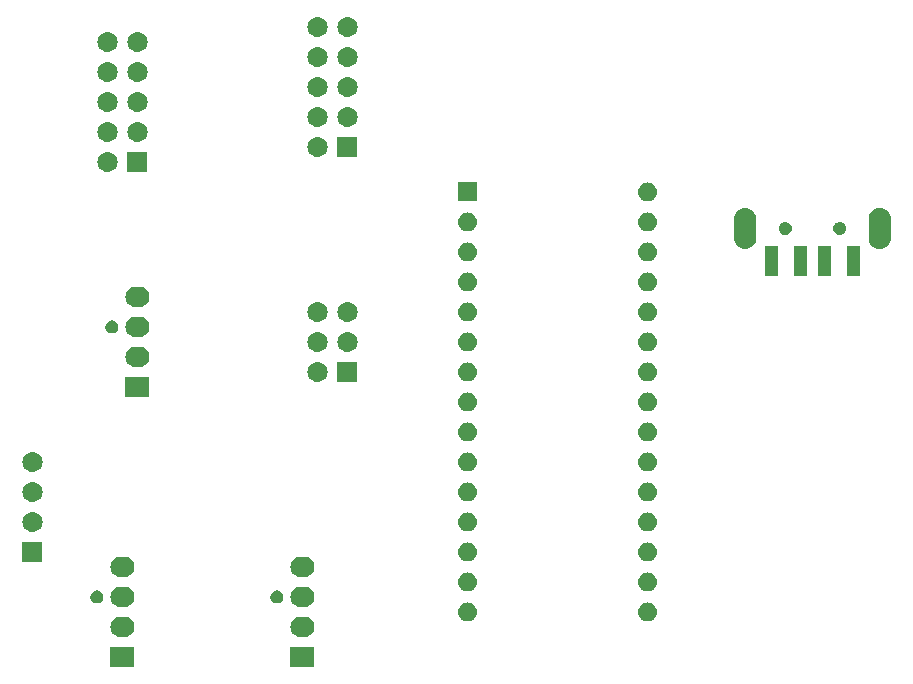
<source format=gbr>
%TF.GenerationSoftware,KiCad,Pcbnew,5.0.2-bee76a0~70~ubuntu14.04.1*%
%TF.CreationDate,2021-10-08T16:33:50+02:00*%
%TF.ProjectId,Literkarte Pong,4c697465-726b-4617-9274-6520506f6e67,rev?*%
%TF.SameCoordinates,Original*%
%TF.FileFunction,Soldermask,Top*%
%TF.FilePolarity,Negative*%
%FSLAX46Y46*%
G04 Gerber Fmt 4.6, Leading zero omitted, Abs format (unit mm)*
G04 Created by KiCad (PCBNEW 5.0.2-bee76a0~70~ubuntu14.04.1) date Fr 08 Okt 2021 16:33:50 CEST*
%MOMM*%
%LPD*%
G01*
G04 APERTURE LIST*
%ADD10C,0.100000*%
G04 APERTURE END LIST*
D10*
G36*
X150875000Y-145645000D02*
X148845000Y-145645000D01*
X148845000Y-143915000D01*
X150875000Y-143915000D01*
X150875000Y-145645000D01*
X150875000Y-145645000D01*
G37*
G36*
X135635000Y-145645000D02*
X133605000Y-145645000D01*
X133605000Y-143915000D01*
X135635000Y-143915000D01*
X135635000Y-145645000D01*
X135635000Y-145645000D01*
G37*
G36*
X134876030Y-141381258D02*
X134939570Y-141387516D01*
X135060197Y-141424108D01*
X135102627Y-141436979D01*
X135252894Y-141517298D01*
X135384607Y-141625393D01*
X135492702Y-141757106D01*
X135573021Y-141907373D01*
X135573022Y-141907377D01*
X135622484Y-142070430D01*
X135639185Y-142240000D01*
X135622484Y-142409570D01*
X135585892Y-142530197D01*
X135573021Y-142572627D01*
X135492702Y-142722894D01*
X135384607Y-142854607D01*
X135252894Y-142962702D01*
X135102627Y-143043021D01*
X135060197Y-143055892D01*
X134939570Y-143092484D01*
X134876030Y-143098742D01*
X134812493Y-143105000D01*
X134427507Y-143105000D01*
X134363970Y-143098742D01*
X134300430Y-143092484D01*
X134179803Y-143055892D01*
X134137373Y-143043021D01*
X133987106Y-142962702D01*
X133855393Y-142854607D01*
X133747298Y-142722894D01*
X133666979Y-142572627D01*
X133654108Y-142530197D01*
X133617516Y-142409570D01*
X133600815Y-142240000D01*
X133617516Y-142070430D01*
X133666978Y-141907377D01*
X133666979Y-141907373D01*
X133747298Y-141757106D01*
X133855393Y-141625393D01*
X133987106Y-141517298D01*
X134137373Y-141436979D01*
X134179803Y-141424108D01*
X134300430Y-141387516D01*
X134363970Y-141381258D01*
X134427507Y-141375000D01*
X134812493Y-141375000D01*
X134876030Y-141381258D01*
X134876030Y-141381258D01*
G37*
G36*
X150116030Y-141381258D02*
X150179570Y-141387516D01*
X150300197Y-141424108D01*
X150342627Y-141436979D01*
X150492894Y-141517298D01*
X150624607Y-141625393D01*
X150732702Y-141757106D01*
X150813021Y-141907373D01*
X150813022Y-141907377D01*
X150862484Y-142070430D01*
X150879185Y-142240000D01*
X150862484Y-142409570D01*
X150825892Y-142530197D01*
X150813021Y-142572627D01*
X150732702Y-142722894D01*
X150624607Y-142854607D01*
X150492894Y-142962702D01*
X150342627Y-143043021D01*
X150300197Y-143055892D01*
X150179570Y-143092484D01*
X150116030Y-143098742D01*
X150052493Y-143105000D01*
X149667507Y-143105000D01*
X149603970Y-143098742D01*
X149540430Y-143092484D01*
X149419803Y-143055892D01*
X149377373Y-143043021D01*
X149227106Y-142962702D01*
X149095393Y-142854607D01*
X148987298Y-142722894D01*
X148906979Y-142572627D01*
X148894108Y-142530197D01*
X148857516Y-142409570D01*
X148840815Y-142240000D01*
X148857516Y-142070430D01*
X148906978Y-141907377D01*
X148906979Y-141907373D01*
X148987298Y-141757106D01*
X149095393Y-141625393D01*
X149227106Y-141517298D01*
X149377373Y-141436979D01*
X149419803Y-141424108D01*
X149540430Y-141387516D01*
X149603970Y-141381258D01*
X149667507Y-141375000D01*
X150052493Y-141375000D01*
X150116030Y-141381258D01*
X150116030Y-141381258D01*
G37*
G36*
X163947649Y-140177717D02*
X163986827Y-140181576D01*
X164062227Y-140204448D01*
X164137629Y-140227321D01*
X164276608Y-140301608D01*
X164398422Y-140401578D01*
X164498392Y-140523392D01*
X164572679Y-140662371D01*
X164618424Y-140813174D01*
X164633870Y-140970000D01*
X164618424Y-141126826D01*
X164572679Y-141277629D01*
X164498392Y-141416608D01*
X164398422Y-141538422D01*
X164276608Y-141638392D01*
X164137629Y-141712679D01*
X164062227Y-141735552D01*
X163986827Y-141758424D01*
X163947649Y-141762283D01*
X163869295Y-141770000D01*
X163790705Y-141770000D01*
X163712351Y-141762283D01*
X163673173Y-141758424D01*
X163597773Y-141735552D01*
X163522371Y-141712679D01*
X163383392Y-141638392D01*
X163261578Y-141538422D01*
X163161608Y-141416608D01*
X163087321Y-141277629D01*
X163041576Y-141126826D01*
X163026130Y-140970000D01*
X163041576Y-140813174D01*
X163087321Y-140662371D01*
X163161608Y-140523392D01*
X163261578Y-140401578D01*
X163383392Y-140301608D01*
X163522371Y-140227321D01*
X163597772Y-140204449D01*
X163673173Y-140181576D01*
X163712351Y-140177717D01*
X163790705Y-140170000D01*
X163869295Y-140170000D01*
X163947649Y-140177717D01*
X163947649Y-140177717D01*
G37*
G36*
X179187649Y-140177717D02*
X179226827Y-140181576D01*
X179302227Y-140204448D01*
X179377629Y-140227321D01*
X179516608Y-140301608D01*
X179638422Y-140401578D01*
X179738392Y-140523392D01*
X179812679Y-140662371D01*
X179858424Y-140813174D01*
X179873870Y-140970000D01*
X179858424Y-141126826D01*
X179812679Y-141277629D01*
X179738392Y-141416608D01*
X179638422Y-141538422D01*
X179516608Y-141638392D01*
X179377629Y-141712679D01*
X179302227Y-141735552D01*
X179226827Y-141758424D01*
X179187649Y-141762283D01*
X179109295Y-141770000D01*
X179030705Y-141770000D01*
X178952351Y-141762283D01*
X178913173Y-141758424D01*
X178837773Y-141735552D01*
X178762371Y-141712679D01*
X178623392Y-141638392D01*
X178501578Y-141538422D01*
X178401608Y-141416608D01*
X178327321Y-141277629D01*
X178281576Y-141126826D01*
X178266130Y-140970000D01*
X178281576Y-140813174D01*
X178327321Y-140662371D01*
X178401608Y-140523392D01*
X178501578Y-140401578D01*
X178623392Y-140301608D01*
X178762371Y-140227321D01*
X178837772Y-140204449D01*
X178913173Y-140181576D01*
X178952351Y-140177717D01*
X179030705Y-140170000D01*
X179109295Y-140170000D01*
X179187649Y-140177717D01*
X179187649Y-140177717D01*
G37*
G36*
X134876031Y-138841258D02*
X134939570Y-138847516D01*
X135060197Y-138884108D01*
X135102627Y-138896979D01*
X135252894Y-138977298D01*
X135384607Y-139085393D01*
X135492702Y-139217106D01*
X135573021Y-139367373D01*
X135573022Y-139367377D01*
X135622484Y-139530430D01*
X135639185Y-139700000D01*
X135622484Y-139869570D01*
X135594893Y-139960523D01*
X135573021Y-140032627D01*
X135492702Y-140182894D01*
X135384607Y-140314607D01*
X135252894Y-140422702D01*
X135102627Y-140503021D01*
X135060197Y-140515892D01*
X134939570Y-140552484D01*
X134876031Y-140558742D01*
X134812493Y-140565000D01*
X134427507Y-140565000D01*
X134363969Y-140558742D01*
X134300430Y-140552484D01*
X134179803Y-140515892D01*
X134137373Y-140503021D01*
X133987106Y-140422702D01*
X133855393Y-140314607D01*
X133747298Y-140182894D01*
X133666979Y-140032627D01*
X133645107Y-139960523D01*
X133617516Y-139869570D01*
X133600815Y-139700000D01*
X133617516Y-139530430D01*
X133666978Y-139367377D01*
X133666979Y-139367373D01*
X133747298Y-139217106D01*
X133855393Y-139085393D01*
X133987106Y-138977298D01*
X134137373Y-138896979D01*
X134179803Y-138884108D01*
X134300430Y-138847516D01*
X134363969Y-138841258D01*
X134427507Y-138835000D01*
X134812493Y-138835000D01*
X134876031Y-138841258D01*
X134876031Y-138841258D01*
G37*
G36*
X150116031Y-138841258D02*
X150179570Y-138847516D01*
X150300197Y-138884108D01*
X150342627Y-138896979D01*
X150492894Y-138977298D01*
X150624607Y-139085393D01*
X150732702Y-139217106D01*
X150813021Y-139367373D01*
X150813022Y-139367377D01*
X150862484Y-139530430D01*
X150879185Y-139700000D01*
X150862484Y-139869570D01*
X150834893Y-139960523D01*
X150813021Y-140032627D01*
X150732702Y-140182894D01*
X150624607Y-140314607D01*
X150492894Y-140422702D01*
X150342627Y-140503021D01*
X150300197Y-140515892D01*
X150179570Y-140552484D01*
X150116031Y-140558742D01*
X150052493Y-140565000D01*
X149667507Y-140565000D01*
X149603969Y-140558742D01*
X149540430Y-140552484D01*
X149419803Y-140515892D01*
X149377373Y-140503021D01*
X149227106Y-140422702D01*
X149095393Y-140314607D01*
X148987298Y-140182894D01*
X148906979Y-140032627D01*
X148885107Y-139960523D01*
X148857516Y-139869570D01*
X148840815Y-139700000D01*
X148857516Y-139530430D01*
X148906978Y-139367377D01*
X148906979Y-139367373D01*
X148987298Y-139217106D01*
X149095393Y-139085393D01*
X149227106Y-138977298D01*
X149377373Y-138896979D01*
X149419803Y-138884108D01*
X149540430Y-138847516D01*
X149603969Y-138841258D01*
X149667507Y-138835000D01*
X150052493Y-138835000D01*
X150116031Y-138841258D01*
X150116031Y-138841258D01*
G37*
G36*
X147789590Y-139157045D02*
X147860429Y-139171136D01*
X147960523Y-139212597D01*
X148050607Y-139272789D01*
X148127211Y-139349393D01*
X148127213Y-139349396D01*
X148187403Y-139439477D01*
X148228864Y-139539571D01*
X148250000Y-139645830D01*
X148250000Y-139754170D01*
X148228864Y-139860429D01*
X148187403Y-139960523D01*
X148127211Y-140050607D01*
X148050607Y-140127211D01*
X148050604Y-140127213D01*
X147960523Y-140187403D01*
X147860429Y-140228864D01*
X147789590Y-140242955D01*
X147754171Y-140250000D01*
X147645829Y-140250000D01*
X147610410Y-140242955D01*
X147539571Y-140228864D01*
X147439477Y-140187403D01*
X147349396Y-140127213D01*
X147349393Y-140127211D01*
X147272789Y-140050607D01*
X147212597Y-139960523D01*
X147171136Y-139860429D01*
X147150000Y-139754170D01*
X147150000Y-139645830D01*
X147171136Y-139539571D01*
X147212597Y-139439477D01*
X147272787Y-139349396D01*
X147272789Y-139349393D01*
X147349393Y-139272789D01*
X147439477Y-139212597D01*
X147539571Y-139171136D01*
X147610410Y-139157045D01*
X147645829Y-139150000D01*
X147754171Y-139150000D01*
X147789590Y-139157045D01*
X147789590Y-139157045D01*
G37*
G36*
X132549590Y-139157045D02*
X132620429Y-139171136D01*
X132720523Y-139212597D01*
X132810607Y-139272789D01*
X132887211Y-139349393D01*
X132887213Y-139349396D01*
X132947403Y-139439477D01*
X132988864Y-139539571D01*
X133010000Y-139645830D01*
X133010000Y-139754170D01*
X132988864Y-139860429D01*
X132947403Y-139960523D01*
X132887211Y-140050607D01*
X132810607Y-140127211D01*
X132810604Y-140127213D01*
X132720523Y-140187403D01*
X132620429Y-140228864D01*
X132549590Y-140242955D01*
X132514171Y-140250000D01*
X132405829Y-140250000D01*
X132370410Y-140242955D01*
X132299571Y-140228864D01*
X132199477Y-140187403D01*
X132109396Y-140127213D01*
X132109393Y-140127211D01*
X132032789Y-140050607D01*
X131972597Y-139960523D01*
X131931136Y-139860429D01*
X131910000Y-139754170D01*
X131910000Y-139645830D01*
X131931136Y-139539571D01*
X131972597Y-139439477D01*
X132032787Y-139349396D01*
X132032789Y-139349393D01*
X132109393Y-139272789D01*
X132199477Y-139212597D01*
X132299571Y-139171136D01*
X132370410Y-139157045D01*
X132405829Y-139150000D01*
X132514171Y-139150000D01*
X132549590Y-139157045D01*
X132549590Y-139157045D01*
G37*
G36*
X179187649Y-137637717D02*
X179226827Y-137641576D01*
X179302227Y-137664448D01*
X179377629Y-137687321D01*
X179516608Y-137761608D01*
X179638422Y-137861578D01*
X179738392Y-137983392D01*
X179812679Y-138122371D01*
X179858424Y-138273174D01*
X179873870Y-138430000D01*
X179858424Y-138586826D01*
X179812679Y-138737629D01*
X179738392Y-138876608D01*
X179638422Y-138998422D01*
X179516608Y-139098392D01*
X179377629Y-139172679D01*
X179302228Y-139195551D01*
X179226827Y-139218424D01*
X179187649Y-139222283D01*
X179109295Y-139230000D01*
X179030705Y-139230000D01*
X178952351Y-139222283D01*
X178913173Y-139218424D01*
X178837773Y-139195552D01*
X178762371Y-139172679D01*
X178623392Y-139098392D01*
X178501578Y-138998422D01*
X178401608Y-138876608D01*
X178327321Y-138737629D01*
X178281576Y-138586826D01*
X178266130Y-138430000D01*
X178281576Y-138273174D01*
X178327321Y-138122371D01*
X178401608Y-137983392D01*
X178501578Y-137861578D01*
X178623392Y-137761608D01*
X178762371Y-137687321D01*
X178837773Y-137664448D01*
X178913173Y-137641576D01*
X178952351Y-137637717D01*
X179030705Y-137630000D01*
X179109295Y-137630000D01*
X179187649Y-137637717D01*
X179187649Y-137637717D01*
G37*
G36*
X163947649Y-137637717D02*
X163986827Y-137641576D01*
X164062227Y-137664448D01*
X164137629Y-137687321D01*
X164276608Y-137761608D01*
X164398422Y-137861578D01*
X164498392Y-137983392D01*
X164572679Y-138122371D01*
X164618424Y-138273174D01*
X164633870Y-138430000D01*
X164618424Y-138586826D01*
X164572679Y-138737629D01*
X164498392Y-138876608D01*
X164398422Y-138998422D01*
X164276608Y-139098392D01*
X164137629Y-139172679D01*
X164062228Y-139195551D01*
X163986827Y-139218424D01*
X163947649Y-139222283D01*
X163869295Y-139230000D01*
X163790705Y-139230000D01*
X163712351Y-139222283D01*
X163673173Y-139218424D01*
X163597773Y-139195552D01*
X163522371Y-139172679D01*
X163383392Y-139098392D01*
X163261578Y-138998422D01*
X163161608Y-138876608D01*
X163087321Y-138737629D01*
X163041576Y-138586826D01*
X163026130Y-138430000D01*
X163041576Y-138273174D01*
X163087321Y-138122371D01*
X163161608Y-137983392D01*
X163261578Y-137861578D01*
X163383392Y-137761608D01*
X163522371Y-137687321D01*
X163597773Y-137664448D01*
X163673173Y-137641576D01*
X163712351Y-137637717D01*
X163790705Y-137630000D01*
X163869295Y-137630000D01*
X163947649Y-137637717D01*
X163947649Y-137637717D01*
G37*
G36*
X134876031Y-136301258D02*
X134939570Y-136307516D01*
X135060197Y-136344108D01*
X135102627Y-136356979D01*
X135252894Y-136437298D01*
X135384607Y-136545393D01*
X135492702Y-136677106D01*
X135573021Y-136827373D01*
X135573022Y-136827377D01*
X135622484Y-136990430D01*
X135639185Y-137160000D01*
X135622484Y-137329570D01*
X135585892Y-137450197D01*
X135573021Y-137492627D01*
X135492702Y-137642894D01*
X135384607Y-137774607D01*
X135252894Y-137882702D01*
X135102627Y-137963021D01*
X135060197Y-137975892D01*
X134939570Y-138012484D01*
X134876031Y-138018742D01*
X134812493Y-138025000D01*
X134427507Y-138025000D01*
X134363969Y-138018742D01*
X134300430Y-138012484D01*
X134179803Y-137975892D01*
X134137373Y-137963021D01*
X133987106Y-137882702D01*
X133855393Y-137774607D01*
X133747298Y-137642894D01*
X133666979Y-137492627D01*
X133654108Y-137450197D01*
X133617516Y-137329570D01*
X133600815Y-137160000D01*
X133617516Y-136990430D01*
X133666978Y-136827377D01*
X133666979Y-136827373D01*
X133747298Y-136677106D01*
X133855393Y-136545393D01*
X133987106Y-136437298D01*
X134137373Y-136356979D01*
X134179803Y-136344108D01*
X134300430Y-136307516D01*
X134363969Y-136301258D01*
X134427507Y-136295000D01*
X134812493Y-136295000D01*
X134876031Y-136301258D01*
X134876031Y-136301258D01*
G37*
G36*
X150116031Y-136301258D02*
X150179570Y-136307516D01*
X150300197Y-136344108D01*
X150342627Y-136356979D01*
X150492894Y-136437298D01*
X150624607Y-136545393D01*
X150732702Y-136677106D01*
X150813021Y-136827373D01*
X150813022Y-136827377D01*
X150862484Y-136990430D01*
X150879185Y-137160000D01*
X150862484Y-137329570D01*
X150825892Y-137450197D01*
X150813021Y-137492627D01*
X150732702Y-137642894D01*
X150624607Y-137774607D01*
X150492894Y-137882702D01*
X150342627Y-137963021D01*
X150300197Y-137975892D01*
X150179570Y-138012484D01*
X150116031Y-138018742D01*
X150052493Y-138025000D01*
X149667507Y-138025000D01*
X149603969Y-138018742D01*
X149540430Y-138012484D01*
X149419803Y-137975892D01*
X149377373Y-137963021D01*
X149227106Y-137882702D01*
X149095393Y-137774607D01*
X148987298Y-137642894D01*
X148906979Y-137492627D01*
X148894108Y-137450197D01*
X148857516Y-137329570D01*
X148840815Y-137160000D01*
X148857516Y-136990430D01*
X148906978Y-136827377D01*
X148906979Y-136827373D01*
X148987298Y-136677106D01*
X149095393Y-136545393D01*
X149227106Y-136437298D01*
X149377373Y-136356979D01*
X149419803Y-136344108D01*
X149540430Y-136307516D01*
X149603969Y-136301258D01*
X149667507Y-136295000D01*
X150052493Y-136295000D01*
X150116031Y-136301258D01*
X150116031Y-136301258D01*
G37*
G36*
X127850000Y-136740000D02*
X126150000Y-136740000D01*
X126150000Y-135040000D01*
X127850000Y-135040000D01*
X127850000Y-136740000D01*
X127850000Y-136740000D01*
G37*
G36*
X179187649Y-135097717D02*
X179226827Y-135101576D01*
X179302228Y-135124449D01*
X179377629Y-135147321D01*
X179516608Y-135221608D01*
X179638422Y-135321578D01*
X179738392Y-135443392D01*
X179812679Y-135582371D01*
X179858424Y-135733174D01*
X179873870Y-135890000D01*
X179858424Y-136046826D01*
X179812679Y-136197629D01*
X179738392Y-136336608D01*
X179638422Y-136458422D01*
X179516608Y-136558392D01*
X179377629Y-136632679D01*
X179302228Y-136655551D01*
X179226827Y-136678424D01*
X179187649Y-136682283D01*
X179109295Y-136690000D01*
X179030705Y-136690000D01*
X178952351Y-136682283D01*
X178913173Y-136678424D01*
X178837773Y-136655552D01*
X178762371Y-136632679D01*
X178623392Y-136558392D01*
X178501578Y-136458422D01*
X178401608Y-136336608D01*
X178327321Y-136197629D01*
X178281576Y-136046826D01*
X178266130Y-135890000D01*
X178281576Y-135733174D01*
X178327321Y-135582371D01*
X178401608Y-135443392D01*
X178501578Y-135321578D01*
X178623392Y-135221608D01*
X178762371Y-135147321D01*
X178837772Y-135124449D01*
X178913173Y-135101576D01*
X178952351Y-135097717D01*
X179030705Y-135090000D01*
X179109295Y-135090000D01*
X179187649Y-135097717D01*
X179187649Y-135097717D01*
G37*
G36*
X163947649Y-135097717D02*
X163986827Y-135101576D01*
X164062228Y-135124449D01*
X164137629Y-135147321D01*
X164276608Y-135221608D01*
X164398422Y-135321578D01*
X164498392Y-135443392D01*
X164572679Y-135582371D01*
X164618424Y-135733174D01*
X164633870Y-135890000D01*
X164618424Y-136046826D01*
X164572679Y-136197629D01*
X164498392Y-136336608D01*
X164398422Y-136458422D01*
X164276608Y-136558392D01*
X164137629Y-136632679D01*
X164062228Y-136655551D01*
X163986827Y-136678424D01*
X163947649Y-136682283D01*
X163869295Y-136690000D01*
X163790705Y-136690000D01*
X163712351Y-136682283D01*
X163673173Y-136678424D01*
X163597773Y-136655552D01*
X163522371Y-136632679D01*
X163383392Y-136558392D01*
X163261578Y-136458422D01*
X163161608Y-136336608D01*
X163087321Y-136197629D01*
X163041576Y-136046826D01*
X163026130Y-135890000D01*
X163041576Y-135733174D01*
X163087321Y-135582371D01*
X163161608Y-135443392D01*
X163261578Y-135321578D01*
X163383392Y-135221608D01*
X163522371Y-135147321D01*
X163597772Y-135124449D01*
X163673173Y-135101576D01*
X163712351Y-135097717D01*
X163790705Y-135090000D01*
X163869295Y-135090000D01*
X163947649Y-135097717D01*
X163947649Y-135097717D01*
G37*
G36*
X127166630Y-132512299D02*
X127326855Y-132560903D01*
X127474520Y-132639831D01*
X127603949Y-132746051D01*
X127710169Y-132875480D01*
X127789097Y-133023145D01*
X127837701Y-133183370D01*
X127854112Y-133350000D01*
X127837701Y-133516630D01*
X127789097Y-133676855D01*
X127710169Y-133824520D01*
X127603949Y-133953949D01*
X127474520Y-134060169D01*
X127326855Y-134139097D01*
X127166630Y-134187701D01*
X127041752Y-134200000D01*
X126958248Y-134200000D01*
X126833370Y-134187701D01*
X126673145Y-134139097D01*
X126525480Y-134060169D01*
X126396051Y-133953949D01*
X126289831Y-133824520D01*
X126210903Y-133676855D01*
X126162299Y-133516630D01*
X126145888Y-133350000D01*
X126162299Y-133183370D01*
X126210903Y-133023145D01*
X126289831Y-132875480D01*
X126396051Y-132746051D01*
X126525480Y-132639831D01*
X126673145Y-132560903D01*
X126833370Y-132512299D01*
X126958248Y-132500000D01*
X127041752Y-132500000D01*
X127166630Y-132512299D01*
X127166630Y-132512299D01*
G37*
G36*
X179187649Y-132557717D02*
X179226827Y-132561576D01*
X179302227Y-132584448D01*
X179377629Y-132607321D01*
X179516608Y-132681608D01*
X179638422Y-132781578D01*
X179738392Y-132903392D01*
X179812679Y-133042371D01*
X179812679Y-133042372D01*
X179858424Y-133193173D01*
X179873870Y-133350000D01*
X179858424Y-133506827D01*
X179855450Y-133516630D01*
X179812679Y-133657629D01*
X179738392Y-133796608D01*
X179638422Y-133918422D01*
X179516608Y-134018392D01*
X179377629Y-134092679D01*
X179302227Y-134115552D01*
X179226827Y-134138424D01*
X179187649Y-134142283D01*
X179109295Y-134150000D01*
X179030705Y-134150000D01*
X178952351Y-134142283D01*
X178913173Y-134138424D01*
X178837773Y-134115552D01*
X178762371Y-134092679D01*
X178623392Y-134018392D01*
X178501578Y-133918422D01*
X178401608Y-133796608D01*
X178327321Y-133657629D01*
X178284550Y-133516630D01*
X178281576Y-133506827D01*
X178266130Y-133350000D01*
X178281576Y-133193173D01*
X178327321Y-133042372D01*
X178327321Y-133042371D01*
X178401608Y-132903392D01*
X178501578Y-132781578D01*
X178623392Y-132681608D01*
X178762371Y-132607321D01*
X178837772Y-132584449D01*
X178913173Y-132561576D01*
X178952351Y-132557717D01*
X179030705Y-132550000D01*
X179109295Y-132550000D01*
X179187649Y-132557717D01*
X179187649Y-132557717D01*
G37*
G36*
X163947649Y-132557717D02*
X163986827Y-132561576D01*
X164062227Y-132584448D01*
X164137629Y-132607321D01*
X164276608Y-132681608D01*
X164398422Y-132781578D01*
X164498392Y-132903392D01*
X164572679Y-133042371D01*
X164572679Y-133042372D01*
X164618424Y-133193173D01*
X164633870Y-133350000D01*
X164618424Y-133506827D01*
X164615450Y-133516630D01*
X164572679Y-133657629D01*
X164498392Y-133796608D01*
X164398422Y-133918422D01*
X164276608Y-134018392D01*
X164137629Y-134092679D01*
X164062227Y-134115552D01*
X163986827Y-134138424D01*
X163947649Y-134142283D01*
X163869295Y-134150000D01*
X163790705Y-134150000D01*
X163712351Y-134142283D01*
X163673173Y-134138424D01*
X163597773Y-134115552D01*
X163522371Y-134092679D01*
X163383392Y-134018392D01*
X163261578Y-133918422D01*
X163161608Y-133796608D01*
X163087321Y-133657629D01*
X163044550Y-133516630D01*
X163041576Y-133506827D01*
X163026130Y-133350000D01*
X163041576Y-133193173D01*
X163087321Y-133042372D01*
X163087321Y-133042371D01*
X163161608Y-132903392D01*
X163261578Y-132781578D01*
X163383392Y-132681608D01*
X163522371Y-132607321D01*
X163597772Y-132584449D01*
X163673173Y-132561576D01*
X163712351Y-132557717D01*
X163790705Y-132550000D01*
X163869295Y-132550000D01*
X163947649Y-132557717D01*
X163947649Y-132557717D01*
G37*
G36*
X127166630Y-129972299D02*
X127326855Y-130020903D01*
X127474520Y-130099831D01*
X127603949Y-130206051D01*
X127710169Y-130335480D01*
X127789097Y-130483145D01*
X127837701Y-130643370D01*
X127854112Y-130810000D01*
X127837701Y-130976630D01*
X127789097Y-131136855D01*
X127710169Y-131284520D01*
X127603949Y-131413949D01*
X127474520Y-131520169D01*
X127326855Y-131599097D01*
X127166630Y-131647701D01*
X127041752Y-131660000D01*
X126958248Y-131660000D01*
X126833370Y-131647701D01*
X126673145Y-131599097D01*
X126525480Y-131520169D01*
X126396051Y-131413949D01*
X126289831Y-131284520D01*
X126210903Y-131136855D01*
X126162299Y-130976630D01*
X126145888Y-130810000D01*
X126162299Y-130643370D01*
X126210903Y-130483145D01*
X126289831Y-130335480D01*
X126396051Y-130206051D01*
X126525480Y-130099831D01*
X126673145Y-130020903D01*
X126833370Y-129972299D01*
X126958248Y-129960000D01*
X127041752Y-129960000D01*
X127166630Y-129972299D01*
X127166630Y-129972299D01*
G37*
G36*
X163947649Y-130017717D02*
X163986827Y-130021576D01*
X164062227Y-130044448D01*
X164137629Y-130067321D01*
X164276608Y-130141608D01*
X164398422Y-130241578D01*
X164498392Y-130363392D01*
X164572679Y-130502371D01*
X164572679Y-130502372D01*
X164618424Y-130653173D01*
X164633870Y-130810000D01*
X164618424Y-130966827D01*
X164615450Y-130976630D01*
X164572679Y-131117629D01*
X164498392Y-131256608D01*
X164398422Y-131378422D01*
X164276608Y-131478392D01*
X164137629Y-131552679D01*
X164062227Y-131575552D01*
X163986827Y-131598424D01*
X163947649Y-131602283D01*
X163869295Y-131610000D01*
X163790705Y-131610000D01*
X163712351Y-131602283D01*
X163673173Y-131598424D01*
X163597773Y-131575552D01*
X163522371Y-131552679D01*
X163383392Y-131478392D01*
X163261578Y-131378422D01*
X163161608Y-131256608D01*
X163087321Y-131117629D01*
X163044550Y-130976630D01*
X163041576Y-130966827D01*
X163026130Y-130810000D01*
X163041576Y-130653173D01*
X163087321Y-130502372D01*
X163087321Y-130502371D01*
X163161608Y-130363392D01*
X163261578Y-130241578D01*
X163383392Y-130141608D01*
X163522371Y-130067321D01*
X163597773Y-130044448D01*
X163673173Y-130021576D01*
X163712351Y-130017717D01*
X163790705Y-130010000D01*
X163869295Y-130010000D01*
X163947649Y-130017717D01*
X163947649Y-130017717D01*
G37*
G36*
X179187649Y-130017717D02*
X179226827Y-130021576D01*
X179302227Y-130044448D01*
X179377629Y-130067321D01*
X179516608Y-130141608D01*
X179638422Y-130241578D01*
X179738392Y-130363392D01*
X179812679Y-130502371D01*
X179812679Y-130502372D01*
X179858424Y-130653173D01*
X179873870Y-130810000D01*
X179858424Y-130966827D01*
X179855450Y-130976630D01*
X179812679Y-131117629D01*
X179738392Y-131256608D01*
X179638422Y-131378422D01*
X179516608Y-131478392D01*
X179377629Y-131552679D01*
X179302227Y-131575552D01*
X179226827Y-131598424D01*
X179187649Y-131602283D01*
X179109295Y-131610000D01*
X179030705Y-131610000D01*
X178952351Y-131602283D01*
X178913173Y-131598424D01*
X178837773Y-131575552D01*
X178762371Y-131552679D01*
X178623392Y-131478392D01*
X178501578Y-131378422D01*
X178401608Y-131256608D01*
X178327321Y-131117629D01*
X178284550Y-130976630D01*
X178281576Y-130966827D01*
X178266130Y-130810000D01*
X178281576Y-130653173D01*
X178327321Y-130502372D01*
X178327321Y-130502371D01*
X178401608Y-130363392D01*
X178501578Y-130241578D01*
X178623392Y-130141608D01*
X178762371Y-130067321D01*
X178837773Y-130044448D01*
X178913173Y-130021576D01*
X178952351Y-130017717D01*
X179030705Y-130010000D01*
X179109295Y-130010000D01*
X179187649Y-130017717D01*
X179187649Y-130017717D01*
G37*
G36*
X127166630Y-127432299D02*
X127326855Y-127480903D01*
X127474520Y-127559831D01*
X127603949Y-127666051D01*
X127710169Y-127795480D01*
X127789097Y-127943145D01*
X127837701Y-128103370D01*
X127854112Y-128270000D01*
X127837701Y-128436630D01*
X127789097Y-128596855D01*
X127710169Y-128744520D01*
X127603949Y-128873949D01*
X127474520Y-128980169D01*
X127326855Y-129059097D01*
X127166630Y-129107701D01*
X127041752Y-129120000D01*
X126958248Y-129120000D01*
X126833370Y-129107701D01*
X126673145Y-129059097D01*
X126525480Y-128980169D01*
X126396051Y-128873949D01*
X126289831Y-128744520D01*
X126210903Y-128596855D01*
X126162299Y-128436630D01*
X126145888Y-128270000D01*
X126162299Y-128103370D01*
X126210903Y-127943145D01*
X126289831Y-127795480D01*
X126396051Y-127666051D01*
X126525480Y-127559831D01*
X126673145Y-127480903D01*
X126833370Y-127432299D01*
X126958248Y-127420000D01*
X127041752Y-127420000D01*
X127166630Y-127432299D01*
X127166630Y-127432299D01*
G37*
G36*
X179187649Y-127477717D02*
X179226827Y-127481576D01*
X179302228Y-127504449D01*
X179377629Y-127527321D01*
X179516608Y-127601608D01*
X179638422Y-127701578D01*
X179738392Y-127823392D01*
X179812679Y-127962371D01*
X179812679Y-127962372D01*
X179858424Y-128113173D01*
X179873870Y-128270000D01*
X179858424Y-128426827D01*
X179855450Y-128436630D01*
X179812679Y-128577629D01*
X179738392Y-128716608D01*
X179638422Y-128838422D01*
X179516608Y-128938392D01*
X179377629Y-129012679D01*
X179302228Y-129035551D01*
X179226827Y-129058424D01*
X179187649Y-129062283D01*
X179109295Y-129070000D01*
X179030705Y-129070000D01*
X178952351Y-129062283D01*
X178913173Y-129058424D01*
X178837772Y-129035551D01*
X178762371Y-129012679D01*
X178623392Y-128938392D01*
X178501578Y-128838422D01*
X178401608Y-128716608D01*
X178327321Y-128577629D01*
X178284550Y-128436630D01*
X178281576Y-128426827D01*
X178266130Y-128270000D01*
X178281576Y-128113173D01*
X178327321Y-127962372D01*
X178327321Y-127962371D01*
X178401608Y-127823392D01*
X178501578Y-127701578D01*
X178623392Y-127601608D01*
X178762371Y-127527321D01*
X178837773Y-127504448D01*
X178913173Y-127481576D01*
X178952351Y-127477717D01*
X179030705Y-127470000D01*
X179109295Y-127470000D01*
X179187649Y-127477717D01*
X179187649Y-127477717D01*
G37*
G36*
X163947649Y-127477717D02*
X163986827Y-127481576D01*
X164062228Y-127504449D01*
X164137629Y-127527321D01*
X164276608Y-127601608D01*
X164398422Y-127701578D01*
X164498392Y-127823392D01*
X164572679Y-127962371D01*
X164572679Y-127962372D01*
X164618424Y-128113173D01*
X164633870Y-128270000D01*
X164618424Y-128426827D01*
X164615450Y-128436630D01*
X164572679Y-128577629D01*
X164498392Y-128716608D01*
X164398422Y-128838422D01*
X164276608Y-128938392D01*
X164137629Y-129012679D01*
X164062228Y-129035551D01*
X163986827Y-129058424D01*
X163947649Y-129062283D01*
X163869295Y-129070000D01*
X163790705Y-129070000D01*
X163712351Y-129062283D01*
X163673173Y-129058424D01*
X163597772Y-129035551D01*
X163522371Y-129012679D01*
X163383392Y-128938392D01*
X163261578Y-128838422D01*
X163161608Y-128716608D01*
X163087321Y-128577629D01*
X163044550Y-128436630D01*
X163041576Y-128426827D01*
X163026130Y-128270000D01*
X163041576Y-128113173D01*
X163087321Y-127962372D01*
X163087321Y-127962371D01*
X163161608Y-127823392D01*
X163261578Y-127701578D01*
X163383392Y-127601608D01*
X163522371Y-127527321D01*
X163597773Y-127504448D01*
X163673173Y-127481576D01*
X163712351Y-127477717D01*
X163790705Y-127470000D01*
X163869295Y-127470000D01*
X163947649Y-127477717D01*
X163947649Y-127477717D01*
G37*
G36*
X179187649Y-124937717D02*
X179226827Y-124941576D01*
X179302227Y-124964448D01*
X179377629Y-124987321D01*
X179516608Y-125061608D01*
X179638422Y-125161578D01*
X179738392Y-125283392D01*
X179812679Y-125422371D01*
X179858424Y-125573174D01*
X179873870Y-125730000D01*
X179858424Y-125886826D01*
X179812679Y-126037629D01*
X179738392Y-126176608D01*
X179638422Y-126298422D01*
X179516608Y-126398392D01*
X179377629Y-126472679D01*
X179302227Y-126495552D01*
X179226827Y-126518424D01*
X179187649Y-126522283D01*
X179109295Y-126530000D01*
X179030705Y-126530000D01*
X178952351Y-126522283D01*
X178913173Y-126518424D01*
X178837773Y-126495552D01*
X178762371Y-126472679D01*
X178623392Y-126398392D01*
X178501578Y-126298422D01*
X178401608Y-126176608D01*
X178327321Y-126037629D01*
X178281576Y-125886826D01*
X178266130Y-125730000D01*
X178281576Y-125573174D01*
X178327321Y-125422371D01*
X178401608Y-125283392D01*
X178501578Y-125161578D01*
X178623392Y-125061608D01*
X178762371Y-124987321D01*
X178837773Y-124964448D01*
X178913173Y-124941576D01*
X178952351Y-124937717D01*
X179030705Y-124930000D01*
X179109295Y-124930000D01*
X179187649Y-124937717D01*
X179187649Y-124937717D01*
G37*
G36*
X163947649Y-124937717D02*
X163986827Y-124941576D01*
X164062227Y-124964448D01*
X164137629Y-124987321D01*
X164276608Y-125061608D01*
X164398422Y-125161578D01*
X164498392Y-125283392D01*
X164572679Y-125422371D01*
X164618424Y-125573174D01*
X164633870Y-125730000D01*
X164618424Y-125886826D01*
X164572679Y-126037629D01*
X164498392Y-126176608D01*
X164398422Y-126298422D01*
X164276608Y-126398392D01*
X164137629Y-126472679D01*
X164062227Y-126495552D01*
X163986827Y-126518424D01*
X163947649Y-126522283D01*
X163869295Y-126530000D01*
X163790705Y-126530000D01*
X163712351Y-126522283D01*
X163673173Y-126518424D01*
X163597773Y-126495552D01*
X163522371Y-126472679D01*
X163383392Y-126398392D01*
X163261578Y-126298422D01*
X163161608Y-126176608D01*
X163087321Y-126037629D01*
X163041576Y-125886826D01*
X163026130Y-125730000D01*
X163041576Y-125573174D01*
X163087321Y-125422371D01*
X163161608Y-125283392D01*
X163261578Y-125161578D01*
X163383392Y-125061608D01*
X163522371Y-124987321D01*
X163597773Y-124964448D01*
X163673173Y-124941576D01*
X163712351Y-124937717D01*
X163790705Y-124930000D01*
X163869295Y-124930000D01*
X163947649Y-124937717D01*
X163947649Y-124937717D01*
G37*
G36*
X179187649Y-122397717D02*
X179226827Y-122401576D01*
X179302227Y-122424448D01*
X179377629Y-122447321D01*
X179516608Y-122521608D01*
X179638422Y-122621578D01*
X179738392Y-122743392D01*
X179812679Y-122882371D01*
X179858424Y-123033174D01*
X179873870Y-123190000D01*
X179858424Y-123346826D01*
X179812679Y-123497629D01*
X179738392Y-123636608D01*
X179638422Y-123758422D01*
X179516608Y-123858392D01*
X179377629Y-123932679D01*
X179302227Y-123955552D01*
X179226827Y-123978424D01*
X179187649Y-123982283D01*
X179109295Y-123990000D01*
X179030705Y-123990000D01*
X178952351Y-123982283D01*
X178913173Y-123978424D01*
X178837773Y-123955552D01*
X178762371Y-123932679D01*
X178623392Y-123858392D01*
X178501578Y-123758422D01*
X178401608Y-123636608D01*
X178327321Y-123497629D01*
X178281576Y-123346826D01*
X178266130Y-123190000D01*
X178281576Y-123033174D01*
X178327321Y-122882371D01*
X178401608Y-122743392D01*
X178501578Y-122621578D01*
X178623392Y-122521608D01*
X178762371Y-122447321D01*
X178837773Y-122424448D01*
X178913173Y-122401576D01*
X178952351Y-122397717D01*
X179030705Y-122390000D01*
X179109295Y-122390000D01*
X179187649Y-122397717D01*
X179187649Y-122397717D01*
G37*
G36*
X163947649Y-122397717D02*
X163986827Y-122401576D01*
X164062227Y-122424448D01*
X164137629Y-122447321D01*
X164276608Y-122521608D01*
X164398422Y-122621578D01*
X164498392Y-122743392D01*
X164572679Y-122882371D01*
X164618424Y-123033174D01*
X164633870Y-123190000D01*
X164618424Y-123346826D01*
X164572679Y-123497629D01*
X164498392Y-123636608D01*
X164398422Y-123758422D01*
X164276608Y-123858392D01*
X164137629Y-123932679D01*
X164062227Y-123955552D01*
X163986827Y-123978424D01*
X163947649Y-123982283D01*
X163869295Y-123990000D01*
X163790705Y-123990000D01*
X163712351Y-123982283D01*
X163673173Y-123978424D01*
X163597773Y-123955552D01*
X163522371Y-123932679D01*
X163383392Y-123858392D01*
X163261578Y-123758422D01*
X163161608Y-123636608D01*
X163087321Y-123497629D01*
X163041576Y-123346826D01*
X163026130Y-123190000D01*
X163041576Y-123033174D01*
X163087321Y-122882371D01*
X163161608Y-122743392D01*
X163261578Y-122621578D01*
X163383392Y-122521608D01*
X163522371Y-122447321D01*
X163597773Y-122424448D01*
X163673173Y-122401576D01*
X163712351Y-122397717D01*
X163790705Y-122390000D01*
X163869295Y-122390000D01*
X163947649Y-122397717D01*
X163947649Y-122397717D01*
G37*
G36*
X136905000Y-122785000D02*
X134875000Y-122785000D01*
X134875000Y-121055000D01*
X136905000Y-121055000D01*
X136905000Y-122785000D01*
X136905000Y-122785000D01*
G37*
G36*
X151296630Y-119812299D02*
X151456855Y-119860903D01*
X151604520Y-119939831D01*
X151733949Y-120046051D01*
X151840169Y-120175480D01*
X151919097Y-120323145D01*
X151967701Y-120483370D01*
X151984112Y-120650000D01*
X151967701Y-120816630D01*
X151919097Y-120976855D01*
X151840169Y-121124520D01*
X151733949Y-121253949D01*
X151604520Y-121360169D01*
X151456855Y-121439097D01*
X151296630Y-121487701D01*
X151171752Y-121500000D01*
X151088248Y-121500000D01*
X150963370Y-121487701D01*
X150803145Y-121439097D01*
X150655480Y-121360169D01*
X150526051Y-121253949D01*
X150419831Y-121124520D01*
X150340903Y-120976855D01*
X150292299Y-120816630D01*
X150275888Y-120650000D01*
X150292299Y-120483370D01*
X150340903Y-120323145D01*
X150419831Y-120175480D01*
X150526051Y-120046051D01*
X150655480Y-119939831D01*
X150803145Y-119860903D01*
X150963370Y-119812299D01*
X151088248Y-119800000D01*
X151171752Y-119800000D01*
X151296630Y-119812299D01*
X151296630Y-119812299D01*
G37*
G36*
X154520000Y-121500000D02*
X152820000Y-121500000D01*
X152820000Y-119800000D01*
X154520000Y-119800000D01*
X154520000Y-121500000D01*
X154520000Y-121500000D01*
G37*
G36*
X179187649Y-119857717D02*
X179226827Y-119861576D01*
X179302227Y-119884448D01*
X179377629Y-119907321D01*
X179516608Y-119981608D01*
X179638422Y-120081578D01*
X179738392Y-120203392D01*
X179812679Y-120342371D01*
X179812679Y-120342372D01*
X179858424Y-120493173D01*
X179873870Y-120650000D01*
X179858424Y-120806827D01*
X179855450Y-120816630D01*
X179812679Y-120957629D01*
X179738392Y-121096608D01*
X179638422Y-121218422D01*
X179516608Y-121318392D01*
X179377629Y-121392679D01*
X179302227Y-121415552D01*
X179226827Y-121438424D01*
X179187649Y-121442283D01*
X179109295Y-121450000D01*
X179030705Y-121450000D01*
X178952351Y-121442283D01*
X178913173Y-121438424D01*
X178837773Y-121415552D01*
X178762371Y-121392679D01*
X178623392Y-121318392D01*
X178501578Y-121218422D01*
X178401608Y-121096608D01*
X178327321Y-120957629D01*
X178284550Y-120816630D01*
X178281576Y-120806827D01*
X178266130Y-120650000D01*
X178281576Y-120493173D01*
X178327321Y-120342372D01*
X178327321Y-120342371D01*
X178401608Y-120203392D01*
X178501578Y-120081578D01*
X178623392Y-119981608D01*
X178762371Y-119907321D01*
X178837773Y-119884448D01*
X178913173Y-119861576D01*
X178952351Y-119857717D01*
X179030705Y-119850000D01*
X179109295Y-119850000D01*
X179187649Y-119857717D01*
X179187649Y-119857717D01*
G37*
G36*
X163947649Y-119857717D02*
X163986827Y-119861576D01*
X164062227Y-119884448D01*
X164137629Y-119907321D01*
X164276608Y-119981608D01*
X164398422Y-120081578D01*
X164498392Y-120203392D01*
X164572679Y-120342371D01*
X164572679Y-120342372D01*
X164618424Y-120493173D01*
X164633870Y-120650000D01*
X164618424Y-120806827D01*
X164615450Y-120816630D01*
X164572679Y-120957629D01*
X164498392Y-121096608D01*
X164398422Y-121218422D01*
X164276608Y-121318392D01*
X164137629Y-121392679D01*
X164062227Y-121415552D01*
X163986827Y-121438424D01*
X163947649Y-121442283D01*
X163869295Y-121450000D01*
X163790705Y-121450000D01*
X163712351Y-121442283D01*
X163673173Y-121438424D01*
X163597773Y-121415552D01*
X163522371Y-121392679D01*
X163383392Y-121318392D01*
X163261578Y-121218422D01*
X163161608Y-121096608D01*
X163087321Y-120957629D01*
X163044550Y-120816630D01*
X163041576Y-120806827D01*
X163026130Y-120650000D01*
X163041576Y-120493173D01*
X163087321Y-120342372D01*
X163087321Y-120342371D01*
X163161608Y-120203392D01*
X163261578Y-120081578D01*
X163383392Y-119981608D01*
X163522371Y-119907321D01*
X163597773Y-119884448D01*
X163673173Y-119861576D01*
X163712351Y-119857717D01*
X163790705Y-119850000D01*
X163869295Y-119850000D01*
X163947649Y-119857717D01*
X163947649Y-119857717D01*
G37*
G36*
X136146030Y-118521258D02*
X136209570Y-118527516D01*
X136330197Y-118564108D01*
X136372627Y-118576979D01*
X136522894Y-118657298D01*
X136654607Y-118765393D01*
X136762702Y-118897106D01*
X136843021Y-119047373D01*
X136843022Y-119047377D01*
X136892484Y-119210430D01*
X136909185Y-119380000D01*
X136892484Y-119549570D01*
X136855892Y-119670197D01*
X136843021Y-119712627D01*
X136762702Y-119862894D01*
X136654607Y-119994607D01*
X136522894Y-120102702D01*
X136372627Y-120183021D01*
X136330197Y-120195892D01*
X136209570Y-120232484D01*
X136146030Y-120238742D01*
X136082493Y-120245000D01*
X135697507Y-120245000D01*
X135633970Y-120238742D01*
X135570430Y-120232484D01*
X135449803Y-120195892D01*
X135407373Y-120183021D01*
X135257106Y-120102702D01*
X135125393Y-119994607D01*
X135017298Y-119862894D01*
X134936979Y-119712627D01*
X134924108Y-119670197D01*
X134887516Y-119549570D01*
X134870815Y-119380000D01*
X134887516Y-119210430D01*
X134936978Y-119047377D01*
X134936979Y-119047373D01*
X135017298Y-118897106D01*
X135125393Y-118765393D01*
X135257106Y-118657298D01*
X135407373Y-118576979D01*
X135449803Y-118564108D01*
X135570430Y-118527516D01*
X135633970Y-118521258D01*
X135697507Y-118515000D01*
X136082493Y-118515000D01*
X136146030Y-118521258D01*
X136146030Y-118521258D01*
G37*
G36*
X151296630Y-117272299D02*
X151456855Y-117320903D01*
X151604520Y-117399831D01*
X151733949Y-117506051D01*
X151840169Y-117635480D01*
X151919097Y-117783145D01*
X151967701Y-117943370D01*
X151984112Y-118110000D01*
X151967701Y-118276630D01*
X151919097Y-118436855D01*
X151840169Y-118584520D01*
X151733949Y-118713949D01*
X151604520Y-118820169D01*
X151456855Y-118899097D01*
X151296630Y-118947701D01*
X151171752Y-118960000D01*
X151088248Y-118960000D01*
X150963370Y-118947701D01*
X150803145Y-118899097D01*
X150655480Y-118820169D01*
X150526051Y-118713949D01*
X150419831Y-118584520D01*
X150340903Y-118436855D01*
X150292299Y-118276630D01*
X150275888Y-118110000D01*
X150292299Y-117943370D01*
X150340903Y-117783145D01*
X150419831Y-117635480D01*
X150526051Y-117506051D01*
X150655480Y-117399831D01*
X150803145Y-117320903D01*
X150963370Y-117272299D01*
X151088248Y-117260000D01*
X151171752Y-117260000D01*
X151296630Y-117272299D01*
X151296630Y-117272299D01*
G37*
G36*
X153836630Y-117272299D02*
X153996855Y-117320903D01*
X154144520Y-117399831D01*
X154273949Y-117506051D01*
X154380169Y-117635480D01*
X154459097Y-117783145D01*
X154507701Y-117943370D01*
X154524112Y-118110000D01*
X154507701Y-118276630D01*
X154459097Y-118436855D01*
X154380169Y-118584520D01*
X154273949Y-118713949D01*
X154144520Y-118820169D01*
X153996855Y-118899097D01*
X153836630Y-118947701D01*
X153711752Y-118960000D01*
X153628248Y-118960000D01*
X153503370Y-118947701D01*
X153343145Y-118899097D01*
X153195480Y-118820169D01*
X153066051Y-118713949D01*
X152959831Y-118584520D01*
X152880903Y-118436855D01*
X152832299Y-118276630D01*
X152815888Y-118110000D01*
X152832299Y-117943370D01*
X152880903Y-117783145D01*
X152959831Y-117635480D01*
X153066051Y-117506051D01*
X153195480Y-117399831D01*
X153343145Y-117320903D01*
X153503370Y-117272299D01*
X153628248Y-117260000D01*
X153711752Y-117260000D01*
X153836630Y-117272299D01*
X153836630Y-117272299D01*
G37*
G36*
X179187649Y-117317717D02*
X179226827Y-117321576D01*
X179302227Y-117344448D01*
X179377629Y-117367321D01*
X179516608Y-117441608D01*
X179638422Y-117541578D01*
X179738392Y-117663392D01*
X179812679Y-117802371D01*
X179812679Y-117802372D01*
X179858424Y-117953173D01*
X179873870Y-118110000D01*
X179858424Y-118266827D01*
X179855450Y-118276630D01*
X179812679Y-118417629D01*
X179738392Y-118556608D01*
X179638422Y-118678422D01*
X179516608Y-118778392D01*
X179377629Y-118852679D01*
X179302227Y-118875552D01*
X179226827Y-118898424D01*
X179187649Y-118902283D01*
X179109295Y-118910000D01*
X179030705Y-118910000D01*
X178952351Y-118902283D01*
X178913173Y-118898424D01*
X178837773Y-118875552D01*
X178762371Y-118852679D01*
X178623392Y-118778392D01*
X178501578Y-118678422D01*
X178401608Y-118556608D01*
X178327321Y-118417629D01*
X178284550Y-118276630D01*
X178281576Y-118266827D01*
X178266130Y-118110000D01*
X178281576Y-117953173D01*
X178327321Y-117802372D01*
X178327321Y-117802371D01*
X178401608Y-117663392D01*
X178501578Y-117541578D01*
X178623392Y-117441608D01*
X178762371Y-117367321D01*
X178837773Y-117344448D01*
X178913173Y-117321576D01*
X178952351Y-117317717D01*
X179030705Y-117310000D01*
X179109295Y-117310000D01*
X179187649Y-117317717D01*
X179187649Y-117317717D01*
G37*
G36*
X163947649Y-117317717D02*
X163986827Y-117321576D01*
X164062227Y-117344448D01*
X164137629Y-117367321D01*
X164276608Y-117441608D01*
X164398422Y-117541578D01*
X164498392Y-117663392D01*
X164572679Y-117802371D01*
X164572679Y-117802372D01*
X164618424Y-117953173D01*
X164633870Y-118110000D01*
X164618424Y-118266827D01*
X164615450Y-118276630D01*
X164572679Y-118417629D01*
X164498392Y-118556608D01*
X164398422Y-118678422D01*
X164276608Y-118778392D01*
X164137629Y-118852679D01*
X164062227Y-118875552D01*
X163986827Y-118898424D01*
X163947649Y-118902283D01*
X163869295Y-118910000D01*
X163790705Y-118910000D01*
X163712351Y-118902283D01*
X163673173Y-118898424D01*
X163597773Y-118875552D01*
X163522371Y-118852679D01*
X163383392Y-118778392D01*
X163261578Y-118678422D01*
X163161608Y-118556608D01*
X163087321Y-118417629D01*
X163044550Y-118276630D01*
X163041576Y-118266827D01*
X163026130Y-118110000D01*
X163041576Y-117953173D01*
X163087321Y-117802372D01*
X163087321Y-117802371D01*
X163161608Y-117663392D01*
X163261578Y-117541578D01*
X163383392Y-117441608D01*
X163522371Y-117367321D01*
X163597773Y-117344448D01*
X163673173Y-117321576D01*
X163712351Y-117317717D01*
X163790705Y-117310000D01*
X163869295Y-117310000D01*
X163947649Y-117317717D01*
X163947649Y-117317717D01*
G37*
G36*
X136146030Y-115981258D02*
X136209570Y-115987516D01*
X136330197Y-116024108D01*
X136372627Y-116036979D01*
X136522894Y-116117298D01*
X136654607Y-116225393D01*
X136762702Y-116357106D01*
X136843021Y-116507373D01*
X136843022Y-116507377D01*
X136892484Y-116670430D01*
X136909185Y-116840000D01*
X136892484Y-117009570D01*
X136864893Y-117100523D01*
X136843021Y-117172627D01*
X136762702Y-117322894D01*
X136654607Y-117454607D01*
X136522894Y-117562702D01*
X136372627Y-117643021D01*
X136330197Y-117655892D01*
X136209570Y-117692484D01*
X136146031Y-117698742D01*
X136082493Y-117705000D01*
X135697507Y-117705000D01*
X135633969Y-117698742D01*
X135570430Y-117692484D01*
X135449803Y-117655892D01*
X135407373Y-117643021D01*
X135257106Y-117562702D01*
X135125393Y-117454607D01*
X135017298Y-117322894D01*
X134936979Y-117172627D01*
X134915107Y-117100523D01*
X134887516Y-117009570D01*
X134870815Y-116840000D01*
X134887516Y-116670430D01*
X134936978Y-116507377D01*
X134936979Y-116507373D01*
X135017298Y-116357106D01*
X135125393Y-116225393D01*
X135257106Y-116117298D01*
X135407373Y-116036979D01*
X135449803Y-116024108D01*
X135570430Y-115987516D01*
X135633970Y-115981258D01*
X135697507Y-115975000D01*
X136082493Y-115975000D01*
X136146030Y-115981258D01*
X136146030Y-115981258D01*
G37*
G36*
X133819590Y-116297045D02*
X133890429Y-116311136D01*
X133990523Y-116352597D01*
X134080607Y-116412789D01*
X134157211Y-116489393D01*
X134157213Y-116489396D01*
X134217403Y-116579477D01*
X134258864Y-116679571D01*
X134280000Y-116785830D01*
X134280000Y-116894170D01*
X134258864Y-117000429D01*
X134217403Y-117100523D01*
X134157211Y-117190607D01*
X134080607Y-117267211D01*
X134080604Y-117267213D01*
X133990523Y-117327403D01*
X133890429Y-117368864D01*
X133819590Y-117382955D01*
X133784171Y-117390000D01*
X133675829Y-117390000D01*
X133640410Y-117382955D01*
X133569571Y-117368864D01*
X133469477Y-117327403D01*
X133379396Y-117267213D01*
X133379393Y-117267211D01*
X133302789Y-117190607D01*
X133242597Y-117100523D01*
X133201136Y-117000429D01*
X133180000Y-116894170D01*
X133180000Y-116785830D01*
X133201136Y-116679571D01*
X133242597Y-116579477D01*
X133302787Y-116489396D01*
X133302789Y-116489393D01*
X133379393Y-116412789D01*
X133469477Y-116352597D01*
X133569571Y-116311136D01*
X133640410Y-116297045D01*
X133675829Y-116290000D01*
X133784171Y-116290000D01*
X133819590Y-116297045D01*
X133819590Y-116297045D01*
G37*
G36*
X151296630Y-114732299D02*
X151456855Y-114780903D01*
X151604520Y-114859831D01*
X151733949Y-114966051D01*
X151840169Y-115095480D01*
X151919097Y-115243145D01*
X151967701Y-115403370D01*
X151984112Y-115570000D01*
X151967701Y-115736630D01*
X151919097Y-115896855D01*
X151840169Y-116044520D01*
X151733949Y-116173949D01*
X151604520Y-116280169D01*
X151456855Y-116359097D01*
X151296630Y-116407701D01*
X151171752Y-116420000D01*
X151088248Y-116420000D01*
X150963370Y-116407701D01*
X150803145Y-116359097D01*
X150655480Y-116280169D01*
X150526051Y-116173949D01*
X150419831Y-116044520D01*
X150340903Y-115896855D01*
X150292299Y-115736630D01*
X150275888Y-115570000D01*
X150292299Y-115403370D01*
X150340903Y-115243145D01*
X150419831Y-115095480D01*
X150526051Y-114966051D01*
X150655480Y-114859831D01*
X150803145Y-114780903D01*
X150963370Y-114732299D01*
X151088248Y-114720000D01*
X151171752Y-114720000D01*
X151296630Y-114732299D01*
X151296630Y-114732299D01*
G37*
G36*
X153836630Y-114732299D02*
X153996855Y-114780903D01*
X154144520Y-114859831D01*
X154273949Y-114966051D01*
X154380169Y-115095480D01*
X154459097Y-115243145D01*
X154507701Y-115403370D01*
X154524112Y-115570000D01*
X154507701Y-115736630D01*
X154459097Y-115896855D01*
X154380169Y-116044520D01*
X154273949Y-116173949D01*
X154144520Y-116280169D01*
X153996855Y-116359097D01*
X153836630Y-116407701D01*
X153711752Y-116420000D01*
X153628248Y-116420000D01*
X153503370Y-116407701D01*
X153343145Y-116359097D01*
X153195480Y-116280169D01*
X153066051Y-116173949D01*
X152959831Y-116044520D01*
X152880903Y-115896855D01*
X152832299Y-115736630D01*
X152815888Y-115570000D01*
X152832299Y-115403370D01*
X152880903Y-115243145D01*
X152959831Y-115095480D01*
X153066051Y-114966051D01*
X153195480Y-114859831D01*
X153343145Y-114780903D01*
X153503370Y-114732299D01*
X153628248Y-114720000D01*
X153711752Y-114720000D01*
X153836630Y-114732299D01*
X153836630Y-114732299D01*
G37*
G36*
X179187649Y-114777717D02*
X179226827Y-114781576D01*
X179302227Y-114804448D01*
X179377629Y-114827321D01*
X179516608Y-114901608D01*
X179638422Y-115001578D01*
X179738392Y-115123392D01*
X179812679Y-115262371D01*
X179812679Y-115262372D01*
X179858424Y-115413173D01*
X179873870Y-115570000D01*
X179858424Y-115726827D01*
X179855450Y-115736630D01*
X179812679Y-115877629D01*
X179738392Y-116016608D01*
X179638422Y-116138422D01*
X179516608Y-116238392D01*
X179377629Y-116312679D01*
X179302228Y-116335551D01*
X179226827Y-116358424D01*
X179187649Y-116362283D01*
X179109295Y-116370000D01*
X179030705Y-116370000D01*
X178952351Y-116362283D01*
X178913173Y-116358424D01*
X178837773Y-116335552D01*
X178762371Y-116312679D01*
X178623392Y-116238392D01*
X178501578Y-116138422D01*
X178401608Y-116016608D01*
X178327321Y-115877629D01*
X178284550Y-115736630D01*
X178281576Y-115726827D01*
X178266130Y-115570000D01*
X178281576Y-115413173D01*
X178327321Y-115262372D01*
X178327321Y-115262371D01*
X178401608Y-115123392D01*
X178501578Y-115001578D01*
X178623392Y-114901608D01*
X178762371Y-114827321D01*
X178837773Y-114804448D01*
X178913173Y-114781576D01*
X178952351Y-114777717D01*
X179030705Y-114770000D01*
X179109295Y-114770000D01*
X179187649Y-114777717D01*
X179187649Y-114777717D01*
G37*
G36*
X163947649Y-114777717D02*
X163986827Y-114781576D01*
X164062227Y-114804448D01*
X164137629Y-114827321D01*
X164276608Y-114901608D01*
X164398422Y-115001578D01*
X164498392Y-115123392D01*
X164572679Y-115262371D01*
X164572679Y-115262372D01*
X164618424Y-115413173D01*
X164633870Y-115570000D01*
X164618424Y-115726827D01*
X164615450Y-115736630D01*
X164572679Y-115877629D01*
X164498392Y-116016608D01*
X164398422Y-116138422D01*
X164276608Y-116238392D01*
X164137629Y-116312679D01*
X164062228Y-116335551D01*
X163986827Y-116358424D01*
X163947649Y-116362283D01*
X163869295Y-116370000D01*
X163790705Y-116370000D01*
X163712351Y-116362283D01*
X163673173Y-116358424D01*
X163597773Y-116335552D01*
X163522371Y-116312679D01*
X163383392Y-116238392D01*
X163261578Y-116138422D01*
X163161608Y-116016608D01*
X163087321Y-115877629D01*
X163044550Y-115736630D01*
X163041576Y-115726827D01*
X163026130Y-115570000D01*
X163041576Y-115413173D01*
X163087321Y-115262372D01*
X163087321Y-115262371D01*
X163161608Y-115123392D01*
X163261578Y-115001578D01*
X163383392Y-114901608D01*
X163522371Y-114827321D01*
X163597773Y-114804448D01*
X163673173Y-114781576D01*
X163712351Y-114777717D01*
X163790705Y-114770000D01*
X163869295Y-114770000D01*
X163947649Y-114777717D01*
X163947649Y-114777717D01*
G37*
G36*
X136146031Y-113441258D02*
X136209570Y-113447516D01*
X136330197Y-113484108D01*
X136372627Y-113496979D01*
X136522894Y-113577298D01*
X136654607Y-113685393D01*
X136762702Y-113817106D01*
X136843021Y-113967373D01*
X136843022Y-113967377D01*
X136892484Y-114130430D01*
X136909185Y-114300000D01*
X136892484Y-114469570D01*
X136855892Y-114590197D01*
X136843021Y-114632627D01*
X136762702Y-114782894D01*
X136654607Y-114914607D01*
X136522894Y-115022702D01*
X136372627Y-115103021D01*
X136330197Y-115115892D01*
X136209570Y-115152484D01*
X136146030Y-115158742D01*
X136082493Y-115165000D01*
X135697507Y-115165000D01*
X135633970Y-115158742D01*
X135570430Y-115152484D01*
X135449803Y-115115892D01*
X135407373Y-115103021D01*
X135257106Y-115022702D01*
X135125393Y-114914607D01*
X135017298Y-114782894D01*
X134936979Y-114632627D01*
X134924108Y-114590197D01*
X134887516Y-114469570D01*
X134870815Y-114300000D01*
X134887516Y-114130430D01*
X134936978Y-113967377D01*
X134936979Y-113967373D01*
X135017298Y-113817106D01*
X135125393Y-113685393D01*
X135257106Y-113577298D01*
X135407373Y-113496979D01*
X135449803Y-113484108D01*
X135570430Y-113447516D01*
X135633969Y-113441258D01*
X135697507Y-113435000D01*
X136082493Y-113435000D01*
X136146031Y-113441258D01*
X136146031Y-113441258D01*
G37*
G36*
X179187649Y-112237717D02*
X179226827Y-112241576D01*
X179302227Y-112264448D01*
X179377629Y-112287321D01*
X179516608Y-112361608D01*
X179638422Y-112461578D01*
X179738392Y-112583392D01*
X179812679Y-112722371D01*
X179858424Y-112873174D01*
X179873870Y-113030000D01*
X179858424Y-113186826D01*
X179812679Y-113337629D01*
X179738392Y-113476608D01*
X179638422Y-113598422D01*
X179516608Y-113698392D01*
X179377629Y-113772679D01*
X179302227Y-113795552D01*
X179226827Y-113818424D01*
X179187649Y-113822283D01*
X179109295Y-113830000D01*
X179030705Y-113830000D01*
X178952351Y-113822283D01*
X178913173Y-113818424D01*
X178837773Y-113795552D01*
X178762371Y-113772679D01*
X178623392Y-113698392D01*
X178501578Y-113598422D01*
X178401608Y-113476608D01*
X178327321Y-113337629D01*
X178281576Y-113186826D01*
X178266130Y-113030000D01*
X178281576Y-112873174D01*
X178327321Y-112722371D01*
X178401608Y-112583392D01*
X178501578Y-112461578D01*
X178623392Y-112361608D01*
X178762371Y-112287321D01*
X178837772Y-112264449D01*
X178913173Y-112241576D01*
X178952351Y-112237717D01*
X179030705Y-112230000D01*
X179109295Y-112230000D01*
X179187649Y-112237717D01*
X179187649Y-112237717D01*
G37*
G36*
X163947649Y-112237717D02*
X163986827Y-112241576D01*
X164062227Y-112264448D01*
X164137629Y-112287321D01*
X164276608Y-112361608D01*
X164398422Y-112461578D01*
X164498392Y-112583392D01*
X164572679Y-112722371D01*
X164618424Y-112873174D01*
X164633870Y-113030000D01*
X164618424Y-113186826D01*
X164572679Y-113337629D01*
X164498392Y-113476608D01*
X164398422Y-113598422D01*
X164276608Y-113698392D01*
X164137629Y-113772679D01*
X164062227Y-113795552D01*
X163986827Y-113818424D01*
X163947649Y-113822283D01*
X163869295Y-113830000D01*
X163790705Y-113830000D01*
X163712351Y-113822283D01*
X163673173Y-113818424D01*
X163597773Y-113795552D01*
X163522371Y-113772679D01*
X163383392Y-113698392D01*
X163261578Y-113598422D01*
X163161608Y-113476608D01*
X163087321Y-113337629D01*
X163041576Y-113186826D01*
X163026130Y-113030000D01*
X163041576Y-112873174D01*
X163087321Y-112722371D01*
X163161608Y-112583392D01*
X163261578Y-112461578D01*
X163383392Y-112361608D01*
X163522371Y-112287321D01*
X163597773Y-112264448D01*
X163673173Y-112241576D01*
X163712351Y-112237717D01*
X163790705Y-112230000D01*
X163869295Y-112230000D01*
X163947649Y-112237717D01*
X163947649Y-112237717D01*
G37*
G36*
X197090000Y-112500000D02*
X195990000Y-112500000D01*
X195990000Y-110000000D01*
X197090000Y-110000000D01*
X197090000Y-112500000D01*
X197090000Y-112500000D01*
G37*
G36*
X194590000Y-112500000D02*
X193490000Y-112500000D01*
X193490000Y-110000000D01*
X194590000Y-110000000D01*
X194590000Y-112500000D01*
X194590000Y-112500000D01*
G37*
G36*
X192590000Y-112500000D02*
X191490000Y-112500000D01*
X191490000Y-110000000D01*
X192590000Y-110000000D01*
X192590000Y-112500000D01*
X192590000Y-112500000D01*
G37*
G36*
X190090000Y-112500000D02*
X188990000Y-112500000D01*
X188990000Y-110000000D01*
X190090000Y-110000000D01*
X190090000Y-112500000D01*
X190090000Y-112500000D01*
G37*
G36*
X163947649Y-109697717D02*
X163986827Y-109701576D01*
X164062228Y-109724449D01*
X164137629Y-109747321D01*
X164276608Y-109821608D01*
X164398422Y-109921578D01*
X164498392Y-110043392D01*
X164572679Y-110182371D01*
X164618424Y-110333174D01*
X164633870Y-110490000D01*
X164618424Y-110646826D01*
X164572679Y-110797629D01*
X164498392Y-110936608D01*
X164398422Y-111058422D01*
X164276608Y-111158392D01*
X164137629Y-111232679D01*
X164062228Y-111255551D01*
X163986827Y-111278424D01*
X163947649Y-111282283D01*
X163869295Y-111290000D01*
X163790705Y-111290000D01*
X163712351Y-111282283D01*
X163673173Y-111278424D01*
X163597772Y-111255551D01*
X163522371Y-111232679D01*
X163383392Y-111158392D01*
X163261578Y-111058422D01*
X163161608Y-110936608D01*
X163087321Y-110797629D01*
X163041576Y-110646826D01*
X163026130Y-110490000D01*
X163041576Y-110333174D01*
X163087321Y-110182371D01*
X163161608Y-110043392D01*
X163261578Y-109921578D01*
X163383392Y-109821608D01*
X163522371Y-109747321D01*
X163597772Y-109724449D01*
X163673173Y-109701576D01*
X163712351Y-109697717D01*
X163790705Y-109690000D01*
X163869295Y-109690000D01*
X163947649Y-109697717D01*
X163947649Y-109697717D01*
G37*
G36*
X179187649Y-109697717D02*
X179226827Y-109701576D01*
X179302228Y-109724449D01*
X179377629Y-109747321D01*
X179516608Y-109821608D01*
X179638422Y-109921578D01*
X179738392Y-110043392D01*
X179812679Y-110182371D01*
X179858424Y-110333174D01*
X179873870Y-110490000D01*
X179858424Y-110646826D01*
X179812679Y-110797629D01*
X179738392Y-110936608D01*
X179638422Y-111058422D01*
X179516608Y-111158392D01*
X179377629Y-111232679D01*
X179302227Y-111255552D01*
X179226827Y-111278424D01*
X179187649Y-111282283D01*
X179109295Y-111290000D01*
X179030705Y-111290000D01*
X178952351Y-111282283D01*
X178913173Y-111278424D01*
X178837772Y-111255551D01*
X178762371Y-111232679D01*
X178623392Y-111158392D01*
X178501578Y-111058422D01*
X178401608Y-110936608D01*
X178327321Y-110797629D01*
X178281576Y-110646826D01*
X178266130Y-110490000D01*
X178281576Y-110333174D01*
X178327321Y-110182371D01*
X178401608Y-110043392D01*
X178501578Y-109921578D01*
X178623392Y-109821608D01*
X178762371Y-109747321D01*
X178837772Y-109724449D01*
X178913173Y-109701576D01*
X178952351Y-109697717D01*
X179030705Y-109690000D01*
X179109295Y-109690000D01*
X179187649Y-109697717D01*
X179187649Y-109697717D01*
G37*
G36*
X198926231Y-106763746D02*
X199015769Y-106790907D01*
X199105308Y-106818068D01*
X199270347Y-106906283D01*
X199415001Y-107024999D01*
X199533717Y-107169653D01*
X199621932Y-107334691D01*
X199676254Y-107513769D01*
X199690000Y-107653334D01*
X199690000Y-109346666D01*
X199676254Y-109486231D01*
X199621932Y-109665309D01*
X199533717Y-109830347D01*
X199415001Y-109975001D01*
X199270347Y-110093717D01*
X199105309Y-110181932D01*
X199103858Y-110182372D01*
X198926232Y-110236254D01*
X198740000Y-110254596D01*
X198553769Y-110236254D01*
X198376143Y-110182372D01*
X198374692Y-110181932D01*
X198209654Y-110093717D01*
X198065000Y-109975001D01*
X197946284Y-109830347D01*
X197858068Y-109665306D01*
X197803746Y-109486234D01*
X197790000Y-109346666D01*
X197790000Y-107653335D01*
X197803746Y-107513770D01*
X197803747Y-107513768D01*
X197830907Y-107424231D01*
X197858068Y-107334692D01*
X197946283Y-107169653D01*
X198064999Y-107024999D01*
X198209653Y-106906283D01*
X198374691Y-106818068D01*
X198464230Y-106790907D01*
X198553768Y-106763746D01*
X198740000Y-106745404D01*
X198926231Y-106763746D01*
X198926231Y-106763746D01*
G37*
G36*
X187526231Y-106763746D02*
X187615769Y-106790907D01*
X187705308Y-106818068D01*
X187870347Y-106906283D01*
X188015001Y-107024999D01*
X188133717Y-107169653D01*
X188221932Y-107334691D01*
X188276254Y-107513769D01*
X188290000Y-107653334D01*
X188290000Y-109346666D01*
X188276254Y-109486231D01*
X188221932Y-109665309D01*
X188133717Y-109830347D01*
X188015001Y-109975001D01*
X187870347Y-110093717D01*
X187705309Y-110181932D01*
X187703858Y-110182372D01*
X187526232Y-110236254D01*
X187340000Y-110254596D01*
X187153769Y-110236254D01*
X186976143Y-110182372D01*
X186974692Y-110181932D01*
X186809654Y-110093717D01*
X186665000Y-109975001D01*
X186546284Y-109830347D01*
X186458068Y-109665306D01*
X186403746Y-109486234D01*
X186390000Y-109346666D01*
X186390000Y-107653335D01*
X186403746Y-107513770D01*
X186403747Y-107513768D01*
X186430907Y-107424231D01*
X186458068Y-107334692D01*
X186546283Y-107169653D01*
X186664999Y-107024999D01*
X186809653Y-106906283D01*
X186974691Y-106818068D01*
X187064230Y-106790907D01*
X187153768Y-106763746D01*
X187340000Y-106745404D01*
X187526231Y-106763746D01*
X187526231Y-106763746D01*
G37*
G36*
X195429590Y-107957045D02*
X195500429Y-107971136D01*
X195600523Y-108012597D01*
X195690607Y-108072789D01*
X195767211Y-108149393D01*
X195767213Y-108149396D01*
X195827403Y-108239477D01*
X195868864Y-108339571D01*
X195890000Y-108445830D01*
X195890000Y-108554170D01*
X195868864Y-108660429D01*
X195855505Y-108692679D01*
X195827403Y-108760523D01*
X195767211Y-108850607D01*
X195690607Y-108927211D01*
X195690604Y-108927213D01*
X195600523Y-108987403D01*
X195500429Y-109028864D01*
X195429590Y-109042955D01*
X195394171Y-109050000D01*
X195285829Y-109050000D01*
X195250410Y-109042955D01*
X195179571Y-109028864D01*
X195079477Y-108987403D01*
X194989396Y-108927213D01*
X194989393Y-108927211D01*
X194912789Y-108850607D01*
X194852597Y-108760523D01*
X194824495Y-108692679D01*
X194811136Y-108660429D01*
X194790000Y-108554170D01*
X194790000Y-108445830D01*
X194811136Y-108339571D01*
X194852597Y-108239477D01*
X194912787Y-108149396D01*
X194912789Y-108149393D01*
X194989393Y-108072789D01*
X195079477Y-108012597D01*
X195179571Y-107971136D01*
X195250410Y-107957045D01*
X195285829Y-107950000D01*
X195394171Y-107950000D01*
X195429590Y-107957045D01*
X195429590Y-107957045D01*
G37*
G36*
X190829590Y-107957045D02*
X190900429Y-107971136D01*
X191000523Y-108012597D01*
X191090607Y-108072789D01*
X191167211Y-108149393D01*
X191167213Y-108149396D01*
X191227403Y-108239477D01*
X191268864Y-108339571D01*
X191290000Y-108445830D01*
X191290000Y-108554170D01*
X191268864Y-108660429D01*
X191255505Y-108692679D01*
X191227403Y-108760523D01*
X191167211Y-108850607D01*
X191090607Y-108927211D01*
X191090604Y-108927213D01*
X191000523Y-108987403D01*
X190900429Y-109028864D01*
X190829590Y-109042955D01*
X190794171Y-109050000D01*
X190685829Y-109050000D01*
X190650410Y-109042955D01*
X190579571Y-109028864D01*
X190479477Y-108987403D01*
X190389396Y-108927213D01*
X190389393Y-108927211D01*
X190312789Y-108850607D01*
X190252597Y-108760523D01*
X190224495Y-108692679D01*
X190211136Y-108660429D01*
X190190000Y-108554170D01*
X190190000Y-108445830D01*
X190211136Y-108339571D01*
X190252597Y-108239477D01*
X190312787Y-108149396D01*
X190312789Y-108149393D01*
X190389393Y-108072789D01*
X190479477Y-108012597D01*
X190579571Y-107971136D01*
X190650410Y-107957045D01*
X190685829Y-107950000D01*
X190794171Y-107950000D01*
X190829590Y-107957045D01*
X190829590Y-107957045D01*
G37*
G36*
X163947649Y-107157717D02*
X163986827Y-107161576D01*
X164062227Y-107184448D01*
X164137629Y-107207321D01*
X164276608Y-107281608D01*
X164398422Y-107381578D01*
X164498392Y-107503392D01*
X164572679Y-107642371D01*
X164618424Y-107793174D01*
X164633870Y-107950000D01*
X164618424Y-108106826D01*
X164572679Y-108257629D01*
X164498392Y-108396608D01*
X164398422Y-108518422D01*
X164276608Y-108618392D01*
X164137629Y-108692679D01*
X164062227Y-108715552D01*
X163986827Y-108738424D01*
X163947649Y-108742283D01*
X163869295Y-108750000D01*
X163790705Y-108750000D01*
X163712351Y-108742283D01*
X163673173Y-108738424D01*
X163597773Y-108715552D01*
X163522371Y-108692679D01*
X163383392Y-108618392D01*
X163261578Y-108518422D01*
X163161608Y-108396608D01*
X163087321Y-108257629D01*
X163041576Y-108106826D01*
X163026130Y-107950000D01*
X163041576Y-107793174D01*
X163087321Y-107642371D01*
X163161608Y-107503392D01*
X163261578Y-107381578D01*
X163383392Y-107281608D01*
X163522371Y-107207321D01*
X163597773Y-107184448D01*
X163673173Y-107161576D01*
X163712351Y-107157717D01*
X163790705Y-107150000D01*
X163869295Y-107150000D01*
X163947649Y-107157717D01*
X163947649Y-107157717D01*
G37*
G36*
X179187649Y-107157717D02*
X179226827Y-107161576D01*
X179302227Y-107184448D01*
X179377629Y-107207321D01*
X179516608Y-107281608D01*
X179638422Y-107381578D01*
X179738392Y-107503392D01*
X179812679Y-107642371D01*
X179858424Y-107793174D01*
X179873870Y-107950000D01*
X179858424Y-108106826D01*
X179812679Y-108257629D01*
X179738392Y-108396608D01*
X179638422Y-108518422D01*
X179516608Y-108618392D01*
X179377629Y-108692679D01*
X179302228Y-108715551D01*
X179226827Y-108738424D01*
X179187649Y-108742283D01*
X179109295Y-108750000D01*
X179030705Y-108750000D01*
X178952351Y-108742283D01*
X178913173Y-108738424D01*
X178837773Y-108715552D01*
X178762371Y-108692679D01*
X178623392Y-108618392D01*
X178501578Y-108518422D01*
X178401608Y-108396608D01*
X178327321Y-108257629D01*
X178281576Y-108106826D01*
X178266130Y-107950000D01*
X178281576Y-107793174D01*
X178327321Y-107642371D01*
X178401608Y-107503392D01*
X178501578Y-107381578D01*
X178623392Y-107281608D01*
X178762371Y-107207321D01*
X178837773Y-107184448D01*
X178913173Y-107161576D01*
X178952351Y-107157717D01*
X179030705Y-107150000D01*
X179109295Y-107150000D01*
X179187649Y-107157717D01*
X179187649Y-107157717D01*
G37*
G36*
X179187649Y-104617717D02*
X179226827Y-104621576D01*
X179302227Y-104644448D01*
X179377629Y-104667321D01*
X179516608Y-104741608D01*
X179638422Y-104841578D01*
X179738392Y-104963392D01*
X179812679Y-105102371D01*
X179858424Y-105253174D01*
X179873870Y-105410000D01*
X179858424Y-105566826D01*
X179812679Y-105717629D01*
X179738392Y-105856608D01*
X179638422Y-105978422D01*
X179516608Y-106078392D01*
X179377629Y-106152679D01*
X179302227Y-106175552D01*
X179226827Y-106198424D01*
X179187649Y-106202283D01*
X179109295Y-106210000D01*
X179030705Y-106210000D01*
X178952351Y-106202283D01*
X178913173Y-106198424D01*
X178837773Y-106175552D01*
X178762371Y-106152679D01*
X178623392Y-106078392D01*
X178501578Y-105978422D01*
X178401608Y-105856608D01*
X178327321Y-105717629D01*
X178281576Y-105566826D01*
X178266130Y-105410000D01*
X178281576Y-105253174D01*
X178327321Y-105102371D01*
X178401608Y-104963392D01*
X178501578Y-104841578D01*
X178623392Y-104741608D01*
X178762371Y-104667321D01*
X178837773Y-104644448D01*
X178913173Y-104621576D01*
X178952351Y-104617717D01*
X179030705Y-104610000D01*
X179109295Y-104610000D01*
X179187649Y-104617717D01*
X179187649Y-104617717D01*
G37*
G36*
X164630000Y-106210000D02*
X163030000Y-106210000D01*
X163030000Y-104610000D01*
X164630000Y-104610000D01*
X164630000Y-106210000D01*
X164630000Y-106210000D01*
G37*
G36*
X136740000Y-103720000D02*
X135040000Y-103720000D01*
X135040000Y-102020000D01*
X136740000Y-102020000D01*
X136740000Y-103720000D01*
X136740000Y-103720000D01*
G37*
G36*
X133516630Y-102032299D02*
X133676855Y-102080903D01*
X133824520Y-102159831D01*
X133953949Y-102266051D01*
X134060169Y-102395480D01*
X134139097Y-102543145D01*
X134187701Y-102703370D01*
X134204112Y-102870000D01*
X134187701Y-103036630D01*
X134139097Y-103196855D01*
X134060169Y-103344520D01*
X133953949Y-103473949D01*
X133824520Y-103580169D01*
X133676855Y-103659097D01*
X133516630Y-103707701D01*
X133391752Y-103720000D01*
X133308248Y-103720000D01*
X133183370Y-103707701D01*
X133023145Y-103659097D01*
X132875480Y-103580169D01*
X132746051Y-103473949D01*
X132639831Y-103344520D01*
X132560903Y-103196855D01*
X132512299Y-103036630D01*
X132495888Y-102870000D01*
X132512299Y-102703370D01*
X132560903Y-102543145D01*
X132639831Y-102395480D01*
X132746051Y-102266051D01*
X132875480Y-102159831D01*
X133023145Y-102080903D01*
X133183370Y-102032299D01*
X133308248Y-102020000D01*
X133391752Y-102020000D01*
X133516630Y-102032299D01*
X133516630Y-102032299D01*
G37*
G36*
X151296630Y-100762299D02*
X151456855Y-100810903D01*
X151604520Y-100889831D01*
X151733949Y-100996051D01*
X151840169Y-101125480D01*
X151919097Y-101273145D01*
X151967701Y-101433370D01*
X151984112Y-101600000D01*
X151967701Y-101766630D01*
X151919097Y-101926855D01*
X151840169Y-102074520D01*
X151733949Y-102203949D01*
X151604520Y-102310169D01*
X151456855Y-102389097D01*
X151296630Y-102437701D01*
X151171752Y-102450000D01*
X151088248Y-102450000D01*
X150963370Y-102437701D01*
X150803145Y-102389097D01*
X150655480Y-102310169D01*
X150526051Y-102203949D01*
X150419831Y-102074520D01*
X150340903Y-101926855D01*
X150292299Y-101766630D01*
X150275888Y-101600000D01*
X150292299Y-101433370D01*
X150340903Y-101273145D01*
X150419831Y-101125480D01*
X150526051Y-100996051D01*
X150655480Y-100889831D01*
X150803145Y-100810903D01*
X150963370Y-100762299D01*
X151088248Y-100750000D01*
X151171752Y-100750000D01*
X151296630Y-100762299D01*
X151296630Y-100762299D01*
G37*
G36*
X154520000Y-102450000D02*
X152820000Y-102450000D01*
X152820000Y-100750000D01*
X154520000Y-100750000D01*
X154520000Y-102450000D01*
X154520000Y-102450000D01*
G37*
G36*
X133516630Y-99492299D02*
X133676855Y-99540903D01*
X133824520Y-99619831D01*
X133953949Y-99726051D01*
X134060169Y-99855480D01*
X134139097Y-100003145D01*
X134187701Y-100163370D01*
X134204112Y-100330000D01*
X134187701Y-100496630D01*
X134139097Y-100656855D01*
X134060169Y-100804520D01*
X133953949Y-100933949D01*
X133824520Y-101040169D01*
X133676855Y-101119097D01*
X133516630Y-101167701D01*
X133391752Y-101180000D01*
X133308248Y-101180000D01*
X133183370Y-101167701D01*
X133023145Y-101119097D01*
X132875480Y-101040169D01*
X132746051Y-100933949D01*
X132639831Y-100804520D01*
X132560903Y-100656855D01*
X132512299Y-100496630D01*
X132495888Y-100330000D01*
X132512299Y-100163370D01*
X132560903Y-100003145D01*
X132639831Y-99855480D01*
X132746051Y-99726051D01*
X132875480Y-99619831D01*
X133023145Y-99540903D01*
X133183370Y-99492299D01*
X133308248Y-99480000D01*
X133391752Y-99480000D01*
X133516630Y-99492299D01*
X133516630Y-99492299D01*
G37*
G36*
X136056630Y-99492299D02*
X136216855Y-99540903D01*
X136364520Y-99619831D01*
X136493949Y-99726051D01*
X136600169Y-99855480D01*
X136679097Y-100003145D01*
X136727701Y-100163370D01*
X136744112Y-100330000D01*
X136727701Y-100496630D01*
X136679097Y-100656855D01*
X136600169Y-100804520D01*
X136493949Y-100933949D01*
X136364520Y-101040169D01*
X136216855Y-101119097D01*
X136056630Y-101167701D01*
X135931752Y-101180000D01*
X135848248Y-101180000D01*
X135723370Y-101167701D01*
X135563145Y-101119097D01*
X135415480Y-101040169D01*
X135286051Y-100933949D01*
X135179831Y-100804520D01*
X135100903Y-100656855D01*
X135052299Y-100496630D01*
X135035888Y-100330000D01*
X135052299Y-100163370D01*
X135100903Y-100003145D01*
X135179831Y-99855480D01*
X135286051Y-99726051D01*
X135415480Y-99619831D01*
X135563145Y-99540903D01*
X135723370Y-99492299D01*
X135848248Y-99480000D01*
X135931752Y-99480000D01*
X136056630Y-99492299D01*
X136056630Y-99492299D01*
G37*
G36*
X153836630Y-98222299D02*
X153996855Y-98270903D01*
X154144520Y-98349831D01*
X154273949Y-98456051D01*
X154380169Y-98585480D01*
X154459097Y-98733145D01*
X154507701Y-98893370D01*
X154524112Y-99060000D01*
X154507701Y-99226630D01*
X154459097Y-99386855D01*
X154380169Y-99534520D01*
X154273949Y-99663949D01*
X154144520Y-99770169D01*
X153996855Y-99849097D01*
X153836630Y-99897701D01*
X153711752Y-99910000D01*
X153628248Y-99910000D01*
X153503370Y-99897701D01*
X153343145Y-99849097D01*
X153195480Y-99770169D01*
X153066051Y-99663949D01*
X152959831Y-99534520D01*
X152880903Y-99386855D01*
X152832299Y-99226630D01*
X152815888Y-99060000D01*
X152832299Y-98893370D01*
X152880903Y-98733145D01*
X152959831Y-98585480D01*
X153066051Y-98456051D01*
X153195480Y-98349831D01*
X153343145Y-98270903D01*
X153503370Y-98222299D01*
X153628248Y-98210000D01*
X153711752Y-98210000D01*
X153836630Y-98222299D01*
X153836630Y-98222299D01*
G37*
G36*
X151296630Y-98222299D02*
X151456855Y-98270903D01*
X151604520Y-98349831D01*
X151733949Y-98456051D01*
X151840169Y-98585480D01*
X151919097Y-98733145D01*
X151967701Y-98893370D01*
X151984112Y-99060000D01*
X151967701Y-99226630D01*
X151919097Y-99386855D01*
X151840169Y-99534520D01*
X151733949Y-99663949D01*
X151604520Y-99770169D01*
X151456855Y-99849097D01*
X151296630Y-99897701D01*
X151171752Y-99910000D01*
X151088248Y-99910000D01*
X150963370Y-99897701D01*
X150803145Y-99849097D01*
X150655480Y-99770169D01*
X150526051Y-99663949D01*
X150419831Y-99534520D01*
X150340903Y-99386855D01*
X150292299Y-99226630D01*
X150275888Y-99060000D01*
X150292299Y-98893370D01*
X150340903Y-98733145D01*
X150419831Y-98585480D01*
X150526051Y-98456051D01*
X150655480Y-98349831D01*
X150803145Y-98270903D01*
X150963370Y-98222299D01*
X151088248Y-98210000D01*
X151171752Y-98210000D01*
X151296630Y-98222299D01*
X151296630Y-98222299D01*
G37*
G36*
X136056630Y-96952299D02*
X136216855Y-97000903D01*
X136364520Y-97079831D01*
X136493949Y-97186051D01*
X136600169Y-97315480D01*
X136679097Y-97463145D01*
X136727701Y-97623370D01*
X136744112Y-97790000D01*
X136727701Y-97956630D01*
X136679097Y-98116855D01*
X136600169Y-98264520D01*
X136493949Y-98393949D01*
X136364520Y-98500169D01*
X136216855Y-98579097D01*
X136056630Y-98627701D01*
X135931752Y-98640000D01*
X135848248Y-98640000D01*
X135723370Y-98627701D01*
X135563145Y-98579097D01*
X135415480Y-98500169D01*
X135286051Y-98393949D01*
X135179831Y-98264520D01*
X135100903Y-98116855D01*
X135052299Y-97956630D01*
X135035888Y-97790000D01*
X135052299Y-97623370D01*
X135100903Y-97463145D01*
X135179831Y-97315480D01*
X135286051Y-97186051D01*
X135415480Y-97079831D01*
X135563145Y-97000903D01*
X135723370Y-96952299D01*
X135848248Y-96940000D01*
X135931752Y-96940000D01*
X136056630Y-96952299D01*
X136056630Y-96952299D01*
G37*
G36*
X133516630Y-96952299D02*
X133676855Y-97000903D01*
X133824520Y-97079831D01*
X133953949Y-97186051D01*
X134060169Y-97315480D01*
X134139097Y-97463145D01*
X134187701Y-97623370D01*
X134204112Y-97790000D01*
X134187701Y-97956630D01*
X134139097Y-98116855D01*
X134060169Y-98264520D01*
X133953949Y-98393949D01*
X133824520Y-98500169D01*
X133676855Y-98579097D01*
X133516630Y-98627701D01*
X133391752Y-98640000D01*
X133308248Y-98640000D01*
X133183370Y-98627701D01*
X133023145Y-98579097D01*
X132875480Y-98500169D01*
X132746051Y-98393949D01*
X132639831Y-98264520D01*
X132560903Y-98116855D01*
X132512299Y-97956630D01*
X132495888Y-97790000D01*
X132512299Y-97623370D01*
X132560903Y-97463145D01*
X132639831Y-97315480D01*
X132746051Y-97186051D01*
X132875480Y-97079831D01*
X133023145Y-97000903D01*
X133183370Y-96952299D01*
X133308248Y-96940000D01*
X133391752Y-96940000D01*
X133516630Y-96952299D01*
X133516630Y-96952299D01*
G37*
G36*
X151296630Y-95682299D02*
X151456855Y-95730903D01*
X151604520Y-95809831D01*
X151733949Y-95916051D01*
X151840169Y-96045480D01*
X151919097Y-96193145D01*
X151967701Y-96353370D01*
X151984112Y-96520000D01*
X151967701Y-96686630D01*
X151919097Y-96846855D01*
X151840169Y-96994520D01*
X151733949Y-97123949D01*
X151604520Y-97230169D01*
X151456855Y-97309097D01*
X151296630Y-97357701D01*
X151171752Y-97370000D01*
X151088248Y-97370000D01*
X150963370Y-97357701D01*
X150803145Y-97309097D01*
X150655480Y-97230169D01*
X150526051Y-97123949D01*
X150419831Y-96994520D01*
X150340903Y-96846855D01*
X150292299Y-96686630D01*
X150275888Y-96520000D01*
X150292299Y-96353370D01*
X150340903Y-96193145D01*
X150419831Y-96045480D01*
X150526051Y-95916051D01*
X150655480Y-95809831D01*
X150803145Y-95730903D01*
X150963370Y-95682299D01*
X151088248Y-95670000D01*
X151171752Y-95670000D01*
X151296630Y-95682299D01*
X151296630Y-95682299D01*
G37*
G36*
X153836630Y-95682299D02*
X153996855Y-95730903D01*
X154144520Y-95809831D01*
X154273949Y-95916051D01*
X154380169Y-96045480D01*
X154459097Y-96193145D01*
X154507701Y-96353370D01*
X154524112Y-96520000D01*
X154507701Y-96686630D01*
X154459097Y-96846855D01*
X154380169Y-96994520D01*
X154273949Y-97123949D01*
X154144520Y-97230169D01*
X153996855Y-97309097D01*
X153836630Y-97357701D01*
X153711752Y-97370000D01*
X153628248Y-97370000D01*
X153503370Y-97357701D01*
X153343145Y-97309097D01*
X153195480Y-97230169D01*
X153066051Y-97123949D01*
X152959831Y-96994520D01*
X152880903Y-96846855D01*
X152832299Y-96686630D01*
X152815888Y-96520000D01*
X152832299Y-96353370D01*
X152880903Y-96193145D01*
X152959831Y-96045480D01*
X153066051Y-95916051D01*
X153195480Y-95809831D01*
X153343145Y-95730903D01*
X153503370Y-95682299D01*
X153628248Y-95670000D01*
X153711752Y-95670000D01*
X153836630Y-95682299D01*
X153836630Y-95682299D01*
G37*
G36*
X133516630Y-94412299D02*
X133676855Y-94460903D01*
X133824520Y-94539831D01*
X133953949Y-94646051D01*
X134060169Y-94775480D01*
X134139097Y-94923145D01*
X134187701Y-95083370D01*
X134204112Y-95250000D01*
X134187701Y-95416630D01*
X134139097Y-95576855D01*
X134060169Y-95724520D01*
X133953949Y-95853949D01*
X133824520Y-95960169D01*
X133676855Y-96039097D01*
X133516630Y-96087701D01*
X133391752Y-96100000D01*
X133308248Y-96100000D01*
X133183370Y-96087701D01*
X133023145Y-96039097D01*
X132875480Y-95960169D01*
X132746051Y-95853949D01*
X132639831Y-95724520D01*
X132560903Y-95576855D01*
X132512299Y-95416630D01*
X132495888Y-95250000D01*
X132512299Y-95083370D01*
X132560903Y-94923145D01*
X132639831Y-94775480D01*
X132746051Y-94646051D01*
X132875480Y-94539831D01*
X133023145Y-94460903D01*
X133183370Y-94412299D01*
X133308248Y-94400000D01*
X133391752Y-94400000D01*
X133516630Y-94412299D01*
X133516630Y-94412299D01*
G37*
G36*
X136056630Y-94412299D02*
X136216855Y-94460903D01*
X136364520Y-94539831D01*
X136493949Y-94646051D01*
X136600169Y-94775480D01*
X136679097Y-94923145D01*
X136727701Y-95083370D01*
X136744112Y-95250000D01*
X136727701Y-95416630D01*
X136679097Y-95576855D01*
X136600169Y-95724520D01*
X136493949Y-95853949D01*
X136364520Y-95960169D01*
X136216855Y-96039097D01*
X136056630Y-96087701D01*
X135931752Y-96100000D01*
X135848248Y-96100000D01*
X135723370Y-96087701D01*
X135563145Y-96039097D01*
X135415480Y-95960169D01*
X135286051Y-95853949D01*
X135179831Y-95724520D01*
X135100903Y-95576855D01*
X135052299Y-95416630D01*
X135035888Y-95250000D01*
X135052299Y-95083370D01*
X135100903Y-94923145D01*
X135179831Y-94775480D01*
X135286051Y-94646051D01*
X135415480Y-94539831D01*
X135563145Y-94460903D01*
X135723370Y-94412299D01*
X135848248Y-94400000D01*
X135931752Y-94400000D01*
X136056630Y-94412299D01*
X136056630Y-94412299D01*
G37*
G36*
X151296630Y-93142299D02*
X151456855Y-93190903D01*
X151604520Y-93269831D01*
X151733949Y-93376051D01*
X151840169Y-93505480D01*
X151919097Y-93653145D01*
X151967701Y-93813370D01*
X151984112Y-93980000D01*
X151967701Y-94146630D01*
X151919097Y-94306855D01*
X151840169Y-94454520D01*
X151733949Y-94583949D01*
X151604520Y-94690169D01*
X151456855Y-94769097D01*
X151296630Y-94817701D01*
X151171752Y-94830000D01*
X151088248Y-94830000D01*
X150963370Y-94817701D01*
X150803145Y-94769097D01*
X150655480Y-94690169D01*
X150526051Y-94583949D01*
X150419831Y-94454520D01*
X150340903Y-94306855D01*
X150292299Y-94146630D01*
X150275888Y-93980000D01*
X150292299Y-93813370D01*
X150340903Y-93653145D01*
X150419831Y-93505480D01*
X150526051Y-93376051D01*
X150655480Y-93269831D01*
X150803145Y-93190903D01*
X150963370Y-93142299D01*
X151088248Y-93130000D01*
X151171752Y-93130000D01*
X151296630Y-93142299D01*
X151296630Y-93142299D01*
G37*
G36*
X153836630Y-93142299D02*
X153996855Y-93190903D01*
X154144520Y-93269831D01*
X154273949Y-93376051D01*
X154380169Y-93505480D01*
X154459097Y-93653145D01*
X154507701Y-93813370D01*
X154524112Y-93980000D01*
X154507701Y-94146630D01*
X154459097Y-94306855D01*
X154380169Y-94454520D01*
X154273949Y-94583949D01*
X154144520Y-94690169D01*
X153996855Y-94769097D01*
X153836630Y-94817701D01*
X153711752Y-94830000D01*
X153628248Y-94830000D01*
X153503370Y-94817701D01*
X153343145Y-94769097D01*
X153195480Y-94690169D01*
X153066051Y-94583949D01*
X152959831Y-94454520D01*
X152880903Y-94306855D01*
X152832299Y-94146630D01*
X152815888Y-93980000D01*
X152832299Y-93813370D01*
X152880903Y-93653145D01*
X152959831Y-93505480D01*
X153066051Y-93376051D01*
X153195480Y-93269831D01*
X153343145Y-93190903D01*
X153503370Y-93142299D01*
X153628248Y-93130000D01*
X153711752Y-93130000D01*
X153836630Y-93142299D01*
X153836630Y-93142299D01*
G37*
G36*
X133516630Y-91872299D02*
X133676855Y-91920903D01*
X133824520Y-91999831D01*
X133953949Y-92106051D01*
X134060169Y-92235480D01*
X134139097Y-92383145D01*
X134187701Y-92543370D01*
X134204112Y-92710000D01*
X134187701Y-92876630D01*
X134139097Y-93036855D01*
X134060169Y-93184520D01*
X133953949Y-93313949D01*
X133824520Y-93420169D01*
X133676855Y-93499097D01*
X133516630Y-93547701D01*
X133391752Y-93560000D01*
X133308248Y-93560000D01*
X133183370Y-93547701D01*
X133023145Y-93499097D01*
X132875480Y-93420169D01*
X132746051Y-93313949D01*
X132639831Y-93184520D01*
X132560903Y-93036855D01*
X132512299Y-92876630D01*
X132495888Y-92710000D01*
X132512299Y-92543370D01*
X132560903Y-92383145D01*
X132639831Y-92235480D01*
X132746051Y-92106051D01*
X132875480Y-91999831D01*
X133023145Y-91920903D01*
X133183370Y-91872299D01*
X133308248Y-91860000D01*
X133391752Y-91860000D01*
X133516630Y-91872299D01*
X133516630Y-91872299D01*
G37*
G36*
X136056630Y-91872299D02*
X136216855Y-91920903D01*
X136364520Y-91999831D01*
X136493949Y-92106051D01*
X136600169Y-92235480D01*
X136679097Y-92383145D01*
X136727701Y-92543370D01*
X136744112Y-92710000D01*
X136727701Y-92876630D01*
X136679097Y-93036855D01*
X136600169Y-93184520D01*
X136493949Y-93313949D01*
X136364520Y-93420169D01*
X136216855Y-93499097D01*
X136056630Y-93547701D01*
X135931752Y-93560000D01*
X135848248Y-93560000D01*
X135723370Y-93547701D01*
X135563145Y-93499097D01*
X135415480Y-93420169D01*
X135286051Y-93313949D01*
X135179831Y-93184520D01*
X135100903Y-93036855D01*
X135052299Y-92876630D01*
X135035888Y-92710000D01*
X135052299Y-92543370D01*
X135100903Y-92383145D01*
X135179831Y-92235480D01*
X135286051Y-92106051D01*
X135415480Y-91999831D01*
X135563145Y-91920903D01*
X135723370Y-91872299D01*
X135848248Y-91860000D01*
X135931752Y-91860000D01*
X136056630Y-91872299D01*
X136056630Y-91872299D01*
G37*
G36*
X153836630Y-90602299D02*
X153996855Y-90650903D01*
X154144520Y-90729831D01*
X154273949Y-90836051D01*
X154380169Y-90965480D01*
X154459097Y-91113145D01*
X154507701Y-91273370D01*
X154524112Y-91440000D01*
X154507701Y-91606630D01*
X154459097Y-91766855D01*
X154380169Y-91914520D01*
X154273949Y-92043949D01*
X154144520Y-92150169D01*
X153996855Y-92229097D01*
X153836630Y-92277701D01*
X153711752Y-92290000D01*
X153628248Y-92290000D01*
X153503370Y-92277701D01*
X153343145Y-92229097D01*
X153195480Y-92150169D01*
X153066051Y-92043949D01*
X152959831Y-91914520D01*
X152880903Y-91766855D01*
X152832299Y-91606630D01*
X152815888Y-91440000D01*
X152832299Y-91273370D01*
X152880903Y-91113145D01*
X152959831Y-90965480D01*
X153066051Y-90836051D01*
X153195480Y-90729831D01*
X153343145Y-90650903D01*
X153503370Y-90602299D01*
X153628248Y-90590000D01*
X153711752Y-90590000D01*
X153836630Y-90602299D01*
X153836630Y-90602299D01*
G37*
G36*
X151296630Y-90602299D02*
X151456855Y-90650903D01*
X151604520Y-90729831D01*
X151733949Y-90836051D01*
X151840169Y-90965480D01*
X151919097Y-91113145D01*
X151967701Y-91273370D01*
X151984112Y-91440000D01*
X151967701Y-91606630D01*
X151919097Y-91766855D01*
X151840169Y-91914520D01*
X151733949Y-92043949D01*
X151604520Y-92150169D01*
X151456855Y-92229097D01*
X151296630Y-92277701D01*
X151171752Y-92290000D01*
X151088248Y-92290000D01*
X150963370Y-92277701D01*
X150803145Y-92229097D01*
X150655480Y-92150169D01*
X150526051Y-92043949D01*
X150419831Y-91914520D01*
X150340903Y-91766855D01*
X150292299Y-91606630D01*
X150275888Y-91440000D01*
X150292299Y-91273370D01*
X150340903Y-91113145D01*
X150419831Y-90965480D01*
X150526051Y-90836051D01*
X150655480Y-90729831D01*
X150803145Y-90650903D01*
X150963370Y-90602299D01*
X151088248Y-90590000D01*
X151171752Y-90590000D01*
X151296630Y-90602299D01*
X151296630Y-90602299D01*
G37*
M02*

</source>
